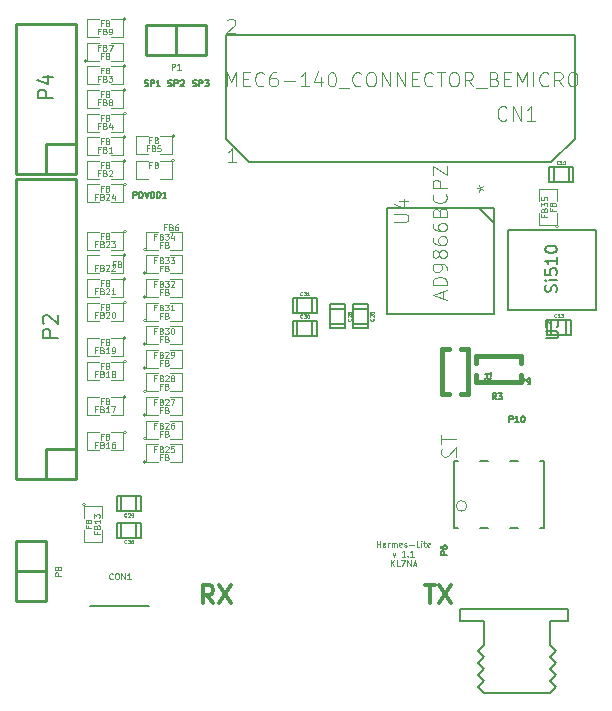
<source format=gto>
%FSLAX34Y34*%
G04 Gerber Fmt 3.4, Leading zero omitted, Abs format*
G04 (created by PCBNEW (2014-06-12 BZR 4942)-product) date Wed 18 Jun 2014 12:24:07 AM PDT*
%MOIN*%
G01*
G70*
G90*
G04 APERTURE LIST*
%ADD10C,0.003937*%
%ADD11C,0.004921*%
%ADD12C,0.011811*%
%ADD13C,0.005000*%
%ADD14C,0.002500*%
%ADD15C,0.006000*%
%ADD16C,0.015000*%
%ADD17C,0.005906*%
%ADD18C,0.003900*%
%ADD19C,0.010000*%
%ADD20C,0.003000*%
%ADD21C,0.005157*%
%ADD22C,0.002400*%
%ADD23C,0.004000*%
%ADD24C,0.004300*%
%ADD25C,0.008000*%
%ADD26C,0.002657*%
%ADD27C,0.003500*%
G04 APERTURE END LIST*
G54D10*
G54D11*
X61414Y-31464D02*
X61414Y-31267D01*
X61414Y-31361D02*
X61526Y-31361D01*
X61526Y-31464D02*
X61526Y-31267D01*
X61695Y-31454D02*
X61676Y-31464D01*
X61639Y-31464D01*
X61620Y-31454D01*
X61611Y-31436D01*
X61611Y-31361D01*
X61620Y-31342D01*
X61639Y-31333D01*
X61676Y-31333D01*
X61695Y-31342D01*
X61704Y-31361D01*
X61704Y-31379D01*
X61611Y-31398D01*
X61789Y-31464D02*
X61789Y-31333D01*
X61789Y-31370D02*
X61798Y-31351D01*
X61807Y-31342D01*
X61826Y-31333D01*
X61845Y-31333D01*
X61910Y-31464D02*
X61910Y-31333D01*
X61910Y-31351D02*
X61920Y-31342D01*
X61939Y-31333D01*
X61967Y-31333D01*
X61985Y-31342D01*
X61995Y-31361D01*
X61995Y-31464D01*
X61995Y-31361D02*
X62004Y-31342D01*
X62023Y-31333D01*
X62051Y-31333D01*
X62070Y-31342D01*
X62079Y-31361D01*
X62079Y-31464D01*
X62248Y-31454D02*
X62229Y-31464D01*
X62192Y-31464D01*
X62173Y-31454D01*
X62164Y-31436D01*
X62164Y-31361D01*
X62173Y-31342D01*
X62192Y-31333D01*
X62229Y-31333D01*
X62248Y-31342D01*
X62257Y-31361D01*
X62257Y-31379D01*
X62164Y-31398D01*
X62332Y-31454D02*
X62351Y-31464D01*
X62389Y-31464D01*
X62407Y-31454D01*
X62417Y-31436D01*
X62417Y-31426D01*
X62407Y-31408D01*
X62389Y-31398D01*
X62360Y-31398D01*
X62342Y-31389D01*
X62332Y-31370D01*
X62332Y-31361D01*
X62342Y-31342D01*
X62360Y-31333D01*
X62389Y-31333D01*
X62407Y-31342D01*
X62501Y-31389D02*
X62651Y-31389D01*
X62838Y-31464D02*
X62745Y-31464D01*
X62745Y-31267D01*
X62904Y-31464D02*
X62904Y-31333D01*
X62904Y-31267D02*
X62895Y-31276D01*
X62904Y-31286D01*
X62913Y-31276D01*
X62904Y-31267D01*
X62904Y-31286D01*
X62970Y-31333D02*
X63045Y-31333D01*
X62998Y-31267D02*
X62998Y-31436D01*
X63007Y-31454D01*
X63026Y-31464D01*
X63045Y-31464D01*
X63185Y-31454D02*
X63167Y-31464D01*
X63129Y-31464D01*
X63110Y-31454D01*
X63101Y-31436D01*
X63101Y-31361D01*
X63110Y-31342D01*
X63129Y-31333D01*
X63167Y-31333D01*
X63185Y-31342D01*
X63195Y-31361D01*
X63195Y-31379D01*
X63101Y-31398D01*
X61943Y-31657D02*
X61990Y-31789D01*
X62037Y-31657D01*
X62365Y-31789D02*
X62253Y-31789D01*
X62309Y-31789D02*
X62309Y-31592D01*
X62290Y-31620D01*
X62271Y-31639D01*
X62253Y-31648D01*
X62449Y-31770D02*
X62459Y-31779D01*
X62449Y-31789D01*
X62440Y-31779D01*
X62449Y-31770D01*
X62449Y-31789D01*
X62646Y-31789D02*
X62534Y-31789D01*
X62590Y-31789D02*
X62590Y-31592D01*
X62571Y-31620D01*
X62553Y-31639D01*
X62534Y-31648D01*
X61887Y-32113D02*
X61887Y-31917D01*
X62000Y-32113D02*
X61915Y-32001D01*
X62000Y-31917D02*
X61887Y-32029D01*
X62178Y-32113D02*
X62084Y-32113D01*
X62084Y-31917D01*
X62225Y-31917D02*
X62356Y-31917D01*
X62271Y-32113D01*
X62431Y-32113D02*
X62431Y-31917D01*
X62543Y-32113D01*
X62543Y-31917D01*
X62628Y-32057D02*
X62721Y-32057D01*
X62609Y-32113D02*
X62674Y-31917D01*
X62740Y-32113D01*
G54D12*
X63014Y-32747D02*
X63352Y-32747D01*
X63183Y-33338D02*
X63183Y-32747D01*
X63492Y-32747D02*
X63886Y-33338D01*
X63886Y-32747D02*
X63492Y-33338D01*
X55964Y-33338D02*
X55767Y-33056D01*
X55627Y-33338D02*
X55627Y-32747D01*
X55852Y-32747D01*
X55908Y-32775D01*
X55936Y-32803D01*
X55964Y-32859D01*
X55964Y-32944D01*
X55936Y-33000D01*
X55908Y-33028D01*
X55852Y-33056D01*
X55627Y-33056D01*
X56161Y-32747D02*
X56555Y-33338D01*
X56555Y-32747D02*
X56161Y-33338D01*
G54D13*
X63988Y-30852D02*
X63988Y-28602D01*
X66988Y-28602D02*
X66988Y-30852D01*
X63988Y-28602D02*
X64113Y-28602D01*
X64863Y-28602D02*
X65113Y-28602D01*
X65863Y-28602D02*
X66113Y-28602D01*
X66863Y-28602D02*
X66988Y-28602D01*
X63988Y-30852D02*
X64113Y-30852D01*
X64863Y-30852D02*
X65113Y-30852D01*
X65863Y-30852D02*
X66113Y-30852D01*
X66863Y-30852D02*
X66988Y-30852D01*
G54D14*
X64414Y-30102D02*
G75*
G03X64414Y-30102I-176J0D01*
G74*
G01*
G54D15*
X64813Y-20159D02*
X65313Y-20659D01*
X65313Y-23469D02*
X65313Y-23349D01*
X65313Y-23269D02*
X65313Y-23149D01*
X65313Y-23069D02*
X65313Y-22949D01*
X65313Y-22879D02*
X65313Y-22759D01*
X65313Y-22679D02*
X65313Y-22559D01*
X65313Y-22479D02*
X65313Y-22359D01*
X65313Y-22289D02*
X65313Y-22169D01*
X65313Y-22089D02*
X65313Y-21969D01*
X65313Y-21889D02*
X65313Y-21769D01*
X65313Y-21689D02*
X65313Y-21569D01*
X65313Y-21499D02*
X65313Y-21379D01*
X65313Y-21299D02*
X65313Y-21179D01*
X65313Y-21099D02*
X65313Y-20979D01*
X65313Y-20909D02*
X65313Y-20789D01*
X65313Y-20709D02*
X65313Y-20589D01*
X65313Y-20509D02*
X65313Y-20389D01*
X65083Y-20159D02*
X64963Y-20159D01*
X64883Y-20159D02*
X64763Y-20159D01*
X64683Y-20159D02*
X64563Y-20159D01*
X64493Y-20159D02*
X64373Y-20159D01*
X64293Y-20159D02*
X64173Y-20159D01*
X64093Y-20159D02*
X63973Y-20159D01*
X63903Y-20159D02*
X63783Y-20159D01*
X63703Y-20159D02*
X63583Y-20159D01*
X63503Y-20159D02*
X63383Y-20159D01*
X63303Y-20159D02*
X63183Y-20159D01*
X63113Y-20159D02*
X62993Y-20159D01*
X62913Y-20159D02*
X62793Y-20159D01*
X62713Y-20159D02*
X62593Y-20159D01*
X62523Y-20159D02*
X62403Y-20159D01*
X62323Y-20159D02*
X62203Y-20159D01*
X62123Y-20159D02*
X62003Y-20159D01*
X61773Y-20389D02*
X61773Y-20509D01*
X61773Y-20589D02*
X61773Y-20709D01*
X61773Y-20789D02*
X61773Y-20909D01*
X61773Y-20979D02*
X61773Y-21099D01*
X61773Y-21179D02*
X61773Y-21299D01*
X61773Y-21379D02*
X61773Y-21499D01*
X61773Y-21569D02*
X61773Y-21689D01*
X61773Y-21769D02*
X61773Y-21889D01*
X61773Y-21969D02*
X61773Y-22089D01*
X61773Y-22169D02*
X61773Y-22289D01*
X61773Y-22359D02*
X61773Y-22479D01*
X61773Y-22559D02*
X61773Y-22679D01*
X61773Y-22759D02*
X61773Y-22879D01*
X61773Y-22949D02*
X61773Y-23069D01*
X61773Y-23149D02*
X61773Y-23269D01*
X61773Y-23349D02*
X61773Y-23469D01*
X62003Y-23699D02*
X62123Y-23699D01*
X62203Y-23699D02*
X62323Y-23699D01*
X62403Y-23699D02*
X62523Y-23699D01*
X62593Y-23699D02*
X62713Y-23699D01*
X62793Y-23699D02*
X62913Y-23699D01*
X62993Y-23699D02*
X63113Y-23699D01*
X63183Y-23699D02*
X63303Y-23699D01*
X63383Y-23699D02*
X63503Y-23699D01*
X63583Y-23699D02*
X63703Y-23699D01*
X63783Y-23699D02*
X63903Y-23699D01*
X63973Y-23699D02*
X64093Y-23699D01*
X64173Y-23699D02*
X64293Y-23699D01*
X64373Y-23699D02*
X64493Y-23699D01*
X64563Y-23699D02*
X64683Y-23699D01*
X64763Y-23699D02*
X64883Y-23699D01*
X64963Y-23699D02*
X65083Y-23699D01*
X61773Y-20159D02*
X61773Y-23699D01*
X61773Y-23699D02*
X65313Y-23699D01*
X65313Y-23699D02*
X65313Y-20159D01*
X65313Y-20159D02*
X61773Y-20159D01*
G54D16*
X64232Y-26358D02*
X64468Y-26358D01*
X64468Y-26358D02*
X64468Y-24862D01*
X64468Y-24862D02*
X64232Y-24862D01*
X63838Y-24862D02*
X63602Y-24862D01*
X63602Y-24862D02*
X63602Y-26358D01*
X63602Y-26358D02*
X63838Y-26358D01*
G54D13*
X61116Y-24029D02*
X60616Y-24029D01*
X61116Y-23529D02*
X60626Y-23529D01*
X61116Y-23379D02*
X61116Y-24179D01*
X61116Y-24179D02*
X60616Y-24179D01*
X60616Y-24179D02*
X60616Y-23379D01*
X60616Y-23379D02*
X61116Y-23379D01*
X60368Y-24029D02*
X59868Y-24029D01*
X60368Y-23529D02*
X59878Y-23529D01*
X60368Y-23379D02*
X60368Y-24179D01*
X60368Y-24179D02*
X59868Y-24179D01*
X59868Y-24179D02*
X59868Y-23379D01*
X59868Y-23379D02*
X60368Y-23379D01*
X52899Y-30269D02*
X52899Y-29769D01*
X53399Y-30269D02*
X53399Y-29779D01*
X53549Y-30269D02*
X52749Y-30269D01*
X52749Y-30269D02*
X52749Y-29769D01*
X52749Y-29769D02*
X53549Y-29769D01*
X53549Y-29769D02*
X53549Y-30269D01*
X59265Y-23923D02*
X59265Y-24423D01*
X58765Y-23923D02*
X58765Y-24413D01*
X58615Y-23923D02*
X59415Y-23923D01*
X59415Y-23923D02*
X59415Y-24423D01*
X59415Y-24423D02*
X58615Y-24423D01*
X58615Y-24423D02*
X58615Y-23923D01*
X59265Y-23175D02*
X59265Y-23675D01*
X58765Y-23175D02*
X58765Y-23665D01*
X58615Y-23175D02*
X59415Y-23175D01*
X59415Y-23175D02*
X59415Y-23675D01*
X59415Y-23675D02*
X58615Y-23675D01*
X58615Y-23675D02*
X58615Y-23175D01*
X52899Y-31155D02*
X52899Y-30655D01*
X53399Y-31155D02*
X53399Y-30665D01*
X53549Y-31155D02*
X52749Y-31155D01*
X52749Y-31155D02*
X52749Y-30655D01*
X52749Y-30655D02*
X53549Y-30655D01*
X53549Y-30655D02*
X53549Y-31155D01*
X56383Y-14417D02*
X68025Y-14417D01*
X68025Y-14417D02*
X68025Y-17866D01*
X68025Y-17866D02*
X67238Y-18653D01*
X67238Y-18653D02*
X57171Y-18653D01*
X57171Y-18653D02*
X56383Y-17866D01*
X56383Y-17866D02*
X56383Y-14417D01*
G54D17*
X51850Y-33425D02*
X53838Y-33425D01*
G54D18*
X53062Y-17810D02*
G75*
G03X53062Y-17810I-50J0D01*
G74*
G01*
X52562Y-17810D02*
X52962Y-17810D01*
X52962Y-17810D02*
X52962Y-18410D01*
X52962Y-18410D02*
X52562Y-18410D01*
X52162Y-18410D02*
X51762Y-18410D01*
X51762Y-18410D02*
X51762Y-17810D01*
X51762Y-17810D02*
X52162Y-17810D01*
X53062Y-18597D02*
G75*
G03X53062Y-18597I-50J0D01*
G74*
G01*
X52562Y-18597D02*
X52962Y-18597D01*
X52962Y-18597D02*
X52962Y-19197D01*
X52962Y-19197D02*
X52562Y-19197D01*
X52162Y-19197D02*
X51762Y-19197D01*
X51762Y-19197D02*
X51762Y-18597D01*
X51762Y-18597D02*
X52162Y-18597D01*
X53062Y-15448D02*
G75*
G03X53062Y-15448I-50J0D01*
G74*
G01*
X52562Y-15448D02*
X52962Y-15448D01*
X52962Y-15448D02*
X52962Y-16048D01*
X52962Y-16048D02*
X52562Y-16048D01*
X52162Y-16048D02*
X51762Y-16048D01*
X51762Y-16048D02*
X51762Y-15448D01*
X51762Y-15448D02*
X52162Y-15448D01*
X53062Y-17022D02*
G75*
G03X53062Y-17022I-50J0D01*
G74*
G01*
X52562Y-17022D02*
X52962Y-17022D01*
X52962Y-17022D02*
X52962Y-17622D01*
X52962Y-17622D02*
X52562Y-17622D01*
X52162Y-17622D02*
X51762Y-17622D01*
X51762Y-17622D02*
X51762Y-17022D01*
X51762Y-17022D02*
X52162Y-17022D01*
X54676Y-17770D02*
G75*
G03X54676Y-17770I-50J0D01*
G74*
G01*
X54176Y-17770D02*
X54576Y-17770D01*
X54576Y-17770D02*
X54576Y-18370D01*
X54576Y-18370D02*
X54176Y-18370D01*
X53776Y-18370D02*
X53376Y-18370D01*
X53376Y-18370D02*
X53376Y-17770D01*
X53376Y-17770D02*
X53776Y-17770D01*
X54676Y-18597D02*
G75*
G03X54676Y-18597I-50J0D01*
G74*
G01*
X54176Y-18597D02*
X54576Y-18597D01*
X54576Y-18597D02*
X54576Y-19197D01*
X54576Y-19197D02*
X54176Y-19197D01*
X53776Y-19197D02*
X53376Y-19197D01*
X53376Y-19197D02*
X53376Y-18597D01*
X53376Y-18597D02*
X53776Y-18597D01*
X51762Y-15260D02*
G75*
G03X51762Y-15260I-50J0D01*
G74*
G01*
X52162Y-15260D02*
X51762Y-15260D01*
X51762Y-15260D02*
X51762Y-14660D01*
X51762Y-14660D02*
X52162Y-14660D01*
X52562Y-14660D02*
X52962Y-14660D01*
X52962Y-14660D02*
X52962Y-15260D01*
X52962Y-15260D02*
X52562Y-15260D01*
X53062Y-16235D02*
G75*
G03X53062Y-16235I-50J0D01*
G74*
G01*
X52562Y-16235D02*
X52962Y-16235D01*
X52962Y-16235D02*
X52962Y-16835D01*
X52962Y-16835D02*
X52562Y-16835D01*
X52162Y-16835D02*
X51762Y-16835D01*
X51762Y-16835D02*
X51762Y-16235D01*
X51762Y-16235D02*
X52162Y-16235D01*
X53062Y-13873D02*
G75*
G03X53062Y-13873I-50J0D01*
G74*
G01*
X52562Y-13873D02*
X52962Y-13873D01*
X52962Y-13873D02*
X52962Y-14473D01*
X52962Y-14473D02*
X52562Y-14473D01*
X52162Y-14473D02*
X51762Y-14473D01*
X51762Y-14473D02*
X51762Y-13873D01*
X51762Y-13873D02*
X52162Y-13873D01*
X51718Y-30058D02*
G75*
G03X51718Y-30058I-50J0D01*
G74*
G01*
X51668Y-30508D02*
X51668Y-30108D01*
X51668Y-30108D02*
X52268Y-30108D01*
X52268Y-30108D02*
X52268Y-30508D01*
X52268Y-30908D02*
X52268Y-31308D01*
X52268Y-31308D02*
X51668Y-31308D01*
X51668Y-31308D02*
X51668Y-30908D01*
G54D19*
X49393Y-19035D02*
X49393Y-14035D01*
X49393Y-14035D02*
X51393Y-14035D01*
X51393Y-14035D02*
X51393Y-18035D01*
X49393Y-19035D02*
X50393Y-19035D01*
X51393Y-19035D02*
X51393Y-18035D01*
X50393Y-19035D02*
X50393Y-18035D01*
X50393Y-18035D02*
X51393Y-18035D01*
X51393Y-19035D02*
X50393Y-19035D01*
G54D17*
X67184Y-36344D02*
X64984Y-36344D01*
X64984Y-36344D02*
X64784Y-36144D01*
X64784Y-36144D02*
X64984Y-35944D01*
X64984Y-35944D02*
X64784Y-35744D01*
X64784Y-35744D02*
X64984Y-35544D01*
X64984Y-35544D02*
X64784Y-35344D01*
X64784Y-35344D02*
X64984Y-35144D01*
X64984Y-35144D02*
X64784Y-34944D01*
X67384Y-34944D02*
X67184Y-35144D01*
X67184Y-35144D02*
X67384Y-35344D01*
X67384Y-35344D02*
X67184Y-35544D01*
X67184Y-35544D02*
X67384Y-35744D01*
X67384Y-35744D02*
X67184Y-35944D01*
X67184Y-35944D02*
X67384Y-36144D01*
X67384Y-36144D02*
X67184Y-36344D01*
X64784Y-34944D02*
X64984Y-34744D01*
X64984Y-34744D02*
X64984Y-33944D01*
X64984Y-33944D02*
X64184Y-33944D01*
X64184Y-33944D02*
X64184Y-33544D01*
X64184Y-33544D02*
X67784Y-33544D01*
X67784Y-33544D02*
X67784Y-33944D01*
X67784Y-33944D02*
X67184Y-33944D01*
X67184Y-33944D02*
X67184Y-34744D01*
X67184Y-34744D02*
X67384Y-34944D01*
G54D19*
X50401Y-32283D02*
X49401Y-32283D01*
X50401Y-31283D02*
X49401Y-31283D01*
X49401Y-31283D02*
X49401Y-32283D01*
X49401Y-32283D02*
X49401Y-33283D01*
X49401Y-33283D02*
X50401Y-33283D01*
X50401Y-33283D02*
X50401Y-31283D01*
G54D16*
X66220Y-25354D02*
X66220Y-25118D01*
X66220Y-25118D02*
X64724Y-25118D01*
X64724Y-25118D02*
X64724Y-25354D01*
X64724Y-25748D02*
X64724Y-25984D01*
X64724Y-25984D02*
X66220Y-25984D01*
X66220Y-25984D02*
X66220Y-25748D01*
G54D17*
X65787Y-20905D02*
X65787Y-23582D01*
X65787Y-23582D02*
X68740Y-23582D01*
X68740Y-23582D02*
X68740Y-20905D01*
X68740Y-20905D02*
X65787Y-20905D01*
X65787Y-20905D02*
X65787Y-20944D01*
X65787Y-20944D02*
X65787Y-20905D01*
G54D19*
X54724Y-15066D02*
X54724Y-14066D01*
X55724Y-15066D02*
X55724Y-14066D01*
X55724Y-14066D02*
X54724Y-14066D01*
X54724Y-14066D02*
X53724Y-14066D01*
X53724Y-14066D02*
X53724Y-15066D01*
X53724Y-15066D02*
X55724Y-15066D01*
G54D18*
X53062Y-27652D02*
G75*
G03X53062Y-27652I-50J0D01*
G74*
G01*
X52562Y-27652D02*
X52962Y-27652D01*
X52962Y-27652D02*
X52962Y-28252D01*
X52962Y-28252D02*
X52562Y-28252D01*
X52162Y-28252D02*
X51762Y-28252D01*
X51762Y-28252D02*
X51762Y-27652D01*
X51762Y-27652D02*
X52162Y-27652D01*
X53062Y-26471D02*
G75*
G03X53062Y-26471I-50J0D01*
G74*
G01*
X52562Y-26471D02*
X52962Y-26471D01*
X52962Y-26471D02*
X52962Y-27071D01*
X52962Y-27071D02*
X52562Y-27071D01*
X52162Y-27071D02*
X51762Y-27071D01*
X51762Y-27071D02*
X51762Y-26471D01*
X51762Y-26471D02*
X52162Y-26471D01*
X53062Y-25290D02*
G75*
G03X53062Y-25290I-50J0D01*
G74*
G01*
X52562Y-25290D02*
X52962Y-25290D01*
X52962Y-25290D02*
X52962Y-25890D01*
X52962Y-25890D02*
X52562Y-25890D01*
X52162Y-25890D02*
X51762Y-25890D01*
X51762Y-25890D02*
X51762Y-25290D01*
X51762Y-25290D02*
X52162Y-25290D01*
X53062Y-24503D02*
G75*
G03X53062Y-24503I-50J0D01*
G74*
G01*
X52562Y-24503D02*
X52962Y-24503D01*
X52962Y-24503D02*
X52962Y-25103D01*
X52962Y-25103D02*
X52562Y-25103D01*
X52162Y-25103D02*
X51762Y-25103D01*
X51762Y-25103D02*
X51762Y-24503D01*
X51762Y-24503D02*
X52162Y-24503D01*
X53062Y-23322D02*
G75*
G03X53062Y-23322I-50J0D01*
G74*
G01*
X52562Y-23322D02*
X52962Y-23322D01*
X52962Y-23322D02*
X52962Y-23922D01*
X52962Y-23922D02*
X52562Y-23922D01*
X52162Y-23922D02*
X51762Y-23922D01*
X51762Y-23922D02*
X51762Y-23322D01*
X51762Y-23322D02*
X52162Y-23322D01*
X53062Y-22534D02*
G75*
G03X53062Y-22534I-50J0D01*
G74*
G01*
X52562Y-22534D02*
X52962Y-22534D01*
X52962Y-22534D02*
X52962Y-23134D01*
X52962Y-23134D02*
X52562Y-23134D01*
X52162Y-23134D02*
X51762Y-23134D01*
X51762Y-23134D02*
X51762Y-22534D01*
X51762Y-22534D02*
X52162Y-22534D01*
X53062Y-21747D02*
G75*
G03X53062Y-21747I-50J0D01*
G74*
G01*
X52562Y-21747D02*
X52962Y-21747D01*
X52962Y-21747D02*
X52962Y-22347D01*
X52962Y-22347D02*
X52562Y-22347D01*
X52162Y-22347D02*
X51762Y-22347D01*
X51762Y-22347D02*
X51762Y-21747D01*
X51762Y-21747D02*
X52162Y-21747D01*
X53062Y-20959D02*
G75*
G03X53062Y-20959I-50J0D01*
G74*
G01*
X52562Y-20959D02*
X52962Y-20959D01*
X52962Y-20959D02*
X52962Y-21559D01*
X52962Y-21559D02*
X52562Y-21559D01*
X52162Y-21559D02*
X51762Y-21559D01*
X51762Y-21559D02*
X51762Y-20959D01*
X51762Y-20959D02*
X52162Y-20959D01*
X53062Y-19385D02*
G75*
G03X53062Y-19385I-50J0D01*
G74*
G01*
X52562Y-19385D02*
X52962Y-19385D01*
X52962Y-19385D02*
X52962Y-19985D01*
X52962Y-19985D02*
X52562Y-19985D01*
X52162Y-19985D02*
X51762Y-19985D01*
X51762Y-19985D02*
X51762Y-19385D01*
X51762Y-19385D02*
X52162Y-19385D01*
X53730Y-28646D02*
G75*
G03X53730Y-28646I-50J0D01*
G74*
G01*
X54130Y-28646D02*
X53730Y-28646D01*
X53730Y-28646D02*
X53730Y-28046D01*
X53730Y-28046D02*
X54130Y-28046D01*
X54530Y-28046D02*
X54930Y-28046D01*
X54930Y-28046D02*
X54930Y-28646D01*
X54930Y-28646D02*
X54530Y-28646D01*
X53730Y-27859D02*
G75*
G03X53730Y-27859I-50J0D01*
G74*
G01*
X54130Y-27859D02*
X53730Y-27859D01*
X53730Y-27859D02*
X53730Y-27259D01*
X53730Y-27259D02*
X54130Y-27259D01*
X54530Y-27259D02*
X54930Y-27259D01*
X54930Y-27259D02*
X54930Y-27859D01*
X54930Y-27859D02*
X54530Y-27859D01*
X53730Y-27071D02*
G75*
G03X53730Y-27071I-50J0D01*
G74*
G01*
X54130Y-27071D02*
X53730Y-27071D01*
X53730Y-27071D02*
X53730Y-26471D01*
X53730Y-26471D02*
X54130Y-26471D01*
X54530Y-26471D02*
X54930Y-26471D01*
X54930Y-26471D02*
X54930Y-27071D01*
X54930Y-27071D02*
X54530Y-27071D01*
X53730Y-26284D02*
G75*
G03X53730Y-26284I-50J0D01*
G74*
G01*
X54130Y-26284D02*
X53730Y-26284D01*
X53730Y-26284D02*
X53730Y-25684D01*
X53730Y-25684D02*
X54130Y-25684D01*
X54530Y-25684D02*
X54930Y-25684D01*
X54930Y-25684D02*
X54930Y-26284D01*
X54930Y-26284D02*
X54530Y-26284D01*
X53730Y-25496D02*
G75*
G03X53730Y-25496I-50J0D01*
G74*
G01*
X54130Y-25496D02*
X53730Y-25496D01*
X53730Y-25496D02*
X53730Y-24896D01*
X53730Y-24896D02*
X54130Y-24896D01*
X54530Y-24896D02*
X54930Y-24896D01*
X54930Y-24896D02*
X54930Y-25496D01*
X54930Y-25496D02*
X54530Y-25496D01*
X53730Y-24709D02*
G75*
G03X53730Y-24709I-50J0D01*
G74*
G01*
X54130Y-24709D02*
X53730Y-24709D01*
X53730Y-24709D02*
X53730Y-24109D01*
X53730Y-24109D02*
X54130Y-24109D01*
X54530Y-24109D02*
X54930Y-24109D01*
X54930Y-24109D02*
X54930Y-24709D01*
X54930Y-24709D02*
X54530Y-24709D01*
X53730Y-23922D02*
G75*
G03X53730Y-23922I-50J0D01*
G74*
G01*
X54130Y-23922D02*
X53730Y-23922D01*
X53730Y-23922D02*
X53730Y-23322D01*
X53730Y-23322D02*
X54130Y-23322D01*
X54530Y-23322D02*
X54930Y-23322D01*
X54930Y-23322D02*
X54930Y-23922D01*
X54930Y-23922D02*
X54530Y-23922D01*
X53730Y-23134D02*
G75*
G03X53730Y-23134I-50J0D01*
G74*
G01*
X54130Y-23134D02*
X53730Y-23134D01*
X53730Y-23134D02*
X53730Y-22534D01*
X53730Y-22534D02*
X54130Y-22534D01*
X54530Y-22534D02*
X54930Y-22534D01*
X54930Y-22534D02*
X54930Y-23134D01*
X54930Y-23134D02*
X54530Y-23134D01*
X53730Y-22347D02*
G75*
G03X53730Y-22347I-50J0D01*
G74*
G01*
X54130Y-22347D02*
X53730Y-22347D01*
X53730Y-22347D02*
X53730Y-21747D01*
X53730Y-21747D02*
X54130Y-21747D01*
X54530Y-21747D02*
X54930Y-21747D01*
X54930Y-21747D02*
X54930Y-22347D01*
X54930Y-22347D02*
X54530Y-22347D01*
X53730Y-21559D02*
G75*
G03X53730Y-21559I-50J0D01*
G74*
G01*
X54130Y-21559D02*
X53730Y-21559D01*
X53730Y-21559D02*
X53730Y-20959D01*
X53730Y-20959D02*
X54130Y-20959D01*
X54530Y-20959D02*
X54930Y-20959D01*
X54930Y-20959D02*
X54930Y-21559D01*
X54930Y-21559D02*
X54530Y-21559D01*
G54D19*
X49393Y-19212D02*
X49393Y-29212D01*
X51393Y-28212D02*
X51393Y-19212D01*
X49393Y-19212D02*
X51393Y-19212D01*
X49393Y-29212D02*
X50393Y-29212D01*
X51393Y-29212D02*
X51393Y-28212D01*
X50393Y-29212D02*
X50393Y-28212D01*
X50393Y-28212D02*
X51393Y-28212D01*
X51393Y-29212D02*
X50393Y-29212D01*
G54D13*
X67809Y-18795D02*
X67809Y-19295D01*
X67309Y-18795D02*
X67309Y-19285D01*
X67159Y-18795D02*
X67959Y-18795D01*
X67959Y-18795D02*
X67959Y-19295D01*
X67959Y-19295D02*
X67159Y-19295D01*
X67159Y-19295D02*
X67159Y-18795D01*
X67730Y-23903D02*
X67730Y-24403D01*
X67230Y-23903D02*
X67230Y-24393D01*
X67080Y-23903D02*
X67880Y-23903D01*
X67880Y-23903D02*
X67880Y-24403D01*
X67880Y-24403D02*
X67080Y-24403D01*
X67080Y-24403D02*
X67080Y-23903D01*
G54D18*
X67485Y-20787D02*
G75*
G03X67485Y-20787I-50J0D01*
G74*
G01*
X67435Y-20337D02*
X67435Y-20737D01*
X67435Y-20737D02*
X66835Y-20737D01*
X66835Y-20737D02*
X66835Y-20337D01*
X66835Y-19937D02*
X66835Y-19537D01*
X66835Y-19537D02*
X67435Y-19537D01*
X67435Y-19537D02*
X67435Y-19937D01*
G54D20*
X61998Y-20642D02*
X62382Y-20642D01*
X62428Y-20620D01*
X62450Y-20597D01*
X62473Y-20552D01*
X62473Y-20461D01*
X62450Y-20416D01*
X62428Y-20394D01*
X62382Y-20371D01*
X61998Y-20371D01*
X62156Y-19941D02*
X62473Y-19941D01*
X61975Y-20054D02*
X62315Y-20167D01*
X62315Y-19873D01*
X63621Y-23177D02*
X63621Y-22951D01*
X63756Y-23222D02*
X63281Y-23064D01*
X63756Y-22905D01*
X63756Y-22747D02*
X63281Y-22747D01*
X63281Y-22634D01*
X63304Y-22566D01*
X63349Y-22521D01*
X63395Y-22498D01*
X63485Y-22476D01*
X63553Y-22476D01*
X63643Y-22498D01*
X63689Y-22521D01*
X63734Y-22566D01*
X63756Y-22634D01*
X63756Y-22747D01*
X63756Y-22249D02*
X63756Y-22159D01*
X63734Y-22114D01*
X63711Y-22091D01*
X63643Y-22046D01*
X63553Y-22023D01*
X63372Y-22023D01*
X63327Y-22046D01*
X63304Y-22068D01*
X63281Y-22114D01*
X63281Y-22204D01*
X63304Y-22249D01*
X63327Y-22272D01*
X63372Y-22295D01*
X63485Y-22295D01*
X63530Y-22272D01*
X63553Y-22249D01*
X63575Y-22204D01*
X63575Y-22114D01*
X63553Y-22068D01*
X63530Y-22046D01*
X63485Y-22023D01*
X63485Y-21752D02*
X63462Y-21797D01*
X63440Y-21820D01*
X63395Y-21842D01*
X63372Y-21842D01*
X63327Y-21820D01*
X63304Y-21797D01*
X63281Y-21752D01*
X63281Y-21661D01*
X63304Y-21616D01*
X63327Y-21593D01*
X63372Y-21571D01*
X63395Y-21571D01*
X63440Y-21593D01*
X63462Y-21616D01*
X63485Y-21661D01*
X63485Y-21752D01*
X63508Y-21797D01*
X63530Y-21820D01*
X63575Y-21842D01*
X63666Y-21842D01*
X63711Y-21820D01*
X63734Y-21797D01*
X63756Y-21752D01*
X63756Y-21661D01*
X63734Y-21616D01*
X63711Y-21593D01*
X63666Y-21571D01*
X63575Y-21571D01*
X63530Y-21593D01*
X63508Y-21616D01*
X63485Y-21661D01*
X63281Y-21164D02*
X63281Y-21254D01*
X63304Y-21299D01*
X63327Y-21322D01*
X63395Y-21367D01*
X63485Y-21390D01*
X63666Y-21390D01*
X63711Y-21367D01*
X63734Y-21345D01*
X63756Y-21299D01*
X63756Y-21209D01*
X63734Y-21164D01*
X63711Y-21141D01*
X63666Y-21118D01*
X63553Y-21118D01*
X63508Y-21141D01*
X63485Y-21164D01*
X63462Y-21209D01*
X63462Y-21299D01*
X63485Y-21345D01*
X63508Y-21367D01*
X63553Y-21390D01*
X63281Y-20711D02*
X63281Y-20802D01*
X63304Y-20847D01*
X63327Y-20870D01*
X63395Y-20915D01*
X63485Y-20937D01*
X63666Y-20937D01*
X63711Y-20915D01*
X63734Y-20892D01*
X63756Y-20847D01*
X63756Y-20757D01*
X63734Y-20711D01*
X63711Y-20689D01*
X63666Y-20666D01*
X63553Y-20666D01*
X63508Y-20689D01*
X63485Y-20711D01*
X63462Y-20757D01*
X63462Y-20847D01*
X63485Y-20892D01*
X63508Y-20915D01*
X63553Y-20937D01*
X63508Y-20304D02*
X63530Y-20236D01*
X63553Y-20214D01*
X63598Y-20191D01*
X63666Y-20191D01*
X63711Y-20214D01*
X63734Y-20236D01*
X63756Y-20282D01*
X63756Y-20462D01*
X63281Y-20462D01*
X63281Y-20304D01*
X63304Y-20259D01*
X63327Y-20236D01*
X63372Y-20214D01*
X63417Y-20214D01*
X63462Y-20236D01*
X63485Y-20259D01*
X63508Y-20304D01*
X63508Y-20462D01*
X63711Y-19716D02*
X63734Y-19739D01*
X63756Y-19807D01*
X63756Y-19852D01*
X63734Y-19920D01*
X63689Y-19965D01*
X63643Y-19987D01*
X63553Y-20010D01*
X63485Y-20010D01*
X63395Y-19987D01*
X63349Y-19965D01*
X63304Y-19920D01*
X63281Y-19852D01*
X63281Y-19807D01*
X63304Y-19739D01*
X63327Y-19716D01*
X63756Y-19512D02*
X63281Y-19512D01*
X63281Y-19332D01*
X63304Y-19286D01*
X63327Y-19264D01*
X63372Y-19241D01*
X63440Y-19241D01*
X63485Y-19264D01*
X63508Y-19286D01*
X63530Y-19332D01*
X63530Y-19512D01*
X63281Y-19083D02*
X63281Y-18766D01*
X63756Y-19083D01*
X63756Y-18766D01*
X64753Y-19519D02*
X64866Y-19519D01*
X64821Y-19632D02*
X64866Y-19519D01*
X64821Y-19406D01*
X64956Y-19586D02*
X64866Y-19519D01*
X64956Y-19451D01*
G54D21*
X65238Y-25833D02*
X65140Y-25902D01*
X65238Y-25951D02*
X65032Y-25951D01*
X65032Y-25872D01*
X65042Y-25853D01*
X65052Y-25843D01*
X65071Y-25833D01*
X65101Y-25833D01*
X65121Y-25843D01*
X65130Y-25853D01*
X65140Y-25872D01*
X65140Y-25951D01*
X65238Y-25637D02*
X65238Y-25755D01*
X65238Y-25696D02*
X65032Y-25696D01*
X65062Y-25715D01*
X65081Y-25735D01*
X65091Y-25755D01*
G54D22*
X61298Y-23855D02*
X61303Y-23861D01*
X61309Y-23877D01*
X61309Y-23889D01*
X61303Y-23905D01*
X61292Y-23917D01*
X61281Y-23922D01*
X61258Y-23928D01*
X61242Y-23928D01*
X61219Y-23922D01*
X61208Y-23917D01*
X61197Y-23905D01*
X61191Y-23889D01*
X61191Y-23877D01*
X61197Y-23861D01*
X61202Y-23855D01*
X61202Y-23810D02*
X61197Y-23804D01*
X61191Y-23793D01*
X61191Y-23765D01*
X61197Y-23754D01*
X61202Y-23748D01*
X61213Y-23743D01*
X61225Y-23743D01*
X61242Y-23748D01*
X61309Y-23816D01*
X61309Y-23743D01*
X61191Y-23636D02*
X61191Y-23692D01*
X61247Y-23698D01*
X61242Y-23692D01*
X61236Y-23681D01*
X61236Y-23653D01*
X61242Y-23641D01*
X61247Y-23636D01*
X61258Y-23630D01*
X61287Y-23630D01*
X61298Y-23636D01*
X61303Y-23641D01*
X61309Y-23653D01*
X61309Y-23681D01*
X61303Y-23692D01*
X61298Y-23698D01*
X60550Y-23855D02*
X60555Y-23861D01*
X60561Y-23877D01*
X60561Y-23889D01*
X60555Y-23905D01*
X60544Y-23917D01*
X60533Y-23922D01*
X60510Y-23928D01*
X60494Y-23928D01*
X60471Y-23922D01*
X60460Y-23917D01*
X60449Y-23905D01*
X60443Y-23889D01*
X60443Y-23877D01*
X60449Y-23861D01*
X60454Y-23855D01*
X60454Y-23810D02*
X60449Y-23804D01*
X60443Y-23793D01*
X60443Y-23765D01*
X60449Y-23754D01*
X60454Y-23748D01*
X60465Y-23743D01*
X60477Y-23743D01*
X60494Y-23748D01*
X60561Y-23816D01*
X60561Y-23743D01*
X60494Y-23675D02*
X60488Y-23686D01*
X60482Y-23692D01*
X60471Y-23698D01*
X60465Y-23698D01*
X60454Y-23692D01*
X60449Y-23686D01*
X60443Y-23675D01*
X60443Y-23653D01*
X60449Y-23641D01*
X60454Y-23636D01*
X60465Y-23630D01*
X60471Y-23630D01*
X60482Y-23636D01*
X60488Y-23641D01*
X60494Y-23653D01*
X60494Y-23675D01*
X60499Y-23686D01*
X60505Y-23692D01*
X60516Y-23698D01*
X60539Y-23698D01*
X60550Y-23692D01*
X60555Y-23686D01*
X60561Y-23675D01*
X60561Y-23653D01*
X60555Y-23641D01*
X60550Y-23636D01*
X60539Y-23630D01*
X60516Y-23630D01*
X60505Y-23636D01*
X60499Y-23641D01*
X60494Y-23653D01*
X53073Y-30451D02*
X53068Y-30457D01*
X53051Y-30463D01*
X53040Y-30463D01*
X53023Y-30457D01*
X53011Y-30446D01*
X53006Y-30434D01*
X53000Y-30412D01*
X53000Y-30395D01*
X53006Y-30373D01*
X53011Y-30361D01*
X53023Y-30350D01*
X53040Y-30345D01*
X53051Y-30345D01*
X53068Y-30350D01*
X53073Y-30356D01*
X53118Y-30356D02*
X53124Y-30350D01*
X53135Y-30345D01*
X53163Y-30345D01*
X53174Y-30350D01*
X53180Y-30356D01*
X53186Y-30367D01*
X53186Y-30378D01*
X53180Y-30395D01*
X53113Y-30463D01*
X53186Y-30463D01*
X53242Y-30463D02*
X53264Y-30463D01*
X53276Y-30457D01*
X53281Y-30451D01*
X53292Y-30434D01*
X53298Y-30412D01*
X53298Y-30367D01*
X53292Y-30356D01*
X53287Y-30350D01*
X53276Y-30345D01*
X53253Y-30345D01*
X53242Y-30350D01*
X53236Y-30356D01*
X53231Y-30367D01*
X53231Y-30395D01*
X53236Y-30406D01*
X53242Y-30412D01*
X53253Y-30418D01*
X53276Y-30418D01*
X53287Y-30412D01*
X53292Y-30406D01*
X53298Y-30395D01*
X58939Y-23825D02*
X58934Y-23830D01*
X58917Y-23836D01*
X58906Y-23836D01*
X58889Y-23830D01*
X58878Y-23819D01*
X58872Y-23808D01*
X58866Y-23786D01*
X58866Y-23769D01*
X58872Y-23746D01*
X58878Y-23735D01*
X58889Y-23724D01*
X58906Y-23718D01*
X58917Y-23718D01*
X58934Y-23724D01*
X58939Y-23729D01*
X58979Y-23718D02*
X59052Y-23718D01*
X59012Y-23763D01*
X59029Y-23763D01*
X59041Y-23769D01*
X59046Y-23774D01*
X59052Y-23786D01*
X59052Y-23814D01*
X59046Y-23825D01*
X59041Y-23830D01*
X59029Y-23836D01*
X58996Y-23836D01*
X58984Y-23830D01*
X58979Y-23825D01*
X59125Y-23718D02*
X59136Y-23718D01*
X59147Y-23724D01*
X59153Y-23729D01*
X59159Y-23741D01*
X59164Y-23763D01*
X59164Y-23791D01*
X59159Y-23814D01*
X59153Y-23825D01*
X59147Y-23830D01*
X59136Y-23836D01*
X59125Y-23836D01*
X59114Y-23830D01*
X59108Y-23825D01*
X59102Y-23814D01*
X59097Y-23791D01*
X59097Y-23763D01*
X59102Y-23741D01*
X59108Y-23729D01*
X59114Y-23724D01*
X59125Y-23718D01*
X58939Y-23077D02*
X58934Y-23082D01*
X58917Y-23088D01*
X58906Y-23088D01*
X58889Y-23082D01*
X58878Y-23071D01*
X58872Y-23060D01*
X58866Y-23038D01*
X58866Y-23021D01*
X58872Y-22998D01*
X58878Y-22987D01*
X58889Y-22976D01*
X58906Y-22970D01*
X58917Y-22970D01*
X58934Y-22976D01*
X58939Y-22981D01*
X58979Y-22970D02*
X59052Y-22970D01*
X59012Y-23015D01*
X59029Y-23015D01*
X59041Y-23021D01*
X59046Y-23026D01*
X59052Y-23038D01*
X59052Y-23066D01*
X59046Y-23077D01*
X59041Y-23082D01*
X59029Y-23088D01*
X58996Y-23088D01*
X58984Y-23082D01*
X58979Y-23077D01*
X59164Y-23088D02*
X59097Y-23088D01*
X59130Y-23088D02*
X59130Y-22970D01*
X59119Y-22987D01*
X59108Y-22998D01*
X59097Y-23004D01*
X53073Y-31337D02*
X53068Y-31343D01*
X53051Y-31348D01*
X53040Y-31348D01*
X53023Y-31343D01*
X53011Y-31332D01*
X53006Y-31320D01*
X53000Y-31298D01*
X53000Y-31281D01*
X53006Y-31258D01*
X53011Y-31247D01*
X53023Y-31236D01*
X53040Y-31230D01*
X53051Y-31230D01*
X53068Y-31236D01*
X53073Y-31242D01*
X53113Y-31230D02*
X53186Y-31230D01*
X53146Y-31275D01*
X53163Y-31275D01*
X53174Y-31281D01*
X53180Y-31287D01*
X53186Y-31298D01*
X53186Y-31326D01*
X53180Y-31337D01*
X53174Y-31343D01*
X53163Y-31348D01*
X53129Y-31348D01*
X53118Y-31343D01*
X53113Y-31337D01*
X53287Y-31230D02*
X53264Y-31230D01*
X53253Y-31236D01*
X53247Y-31242D01*
X53236Y-31258D01*
X53231Y-31281D01*
X53231Y-31326D01*
X53236Y-31337D01*
X53242Y-31343D01*
X53253Y-31348D01*
X53276Y-31348D01*
X53287Y-31343D01*
X53292Y-31337D01*
X53298Y-31326D01*
X53298Y-31298D01*
X53292Y-31287D01*
X53287Y-31281D01*
X53276Y-31275D01*
X53253Y-31275D01*
X53242Y-31281D01*
X53236Y-31287D01*
X53231Y-31298D01*
G54D23*
X65738Y-17215D02*
X65716Y-17238D01*
X65648Y-17260D01*
X65603Y-17260D01*
X65535Y-17238D01*
X65490Y-17192D01*
X65467Y-17147D01*
X65444Y-17057D01*
X65444Y-16989D01*
X65467Y-16898D01*
X65490Y-16853D01*
X65535Y-16808D01*
X65603Y-16785D01*
X65648Y-16785D01*
X65716Y-16808D01*
X65738Y-16831D01*
X65942Y-17260D02*
X65942Y-16785D01*
X66213Y-17260D01*
X66213Y-16785D01*
X66688Y-17260D02*
X66417Y-17260D01*
X66553Y-17260D02*
X66553Y-16785D01*
X66507Y-16853D01*
X66462Y-16898D01*
X66417Y-16921D01*
X56412Y-16119D02*
X56412Y-15644D01*
X56570Y-15983D01*
X56728Y-15644D01*
X56728Y-16119D01*
X56955Y-15870D02*
X57113Y-15870D01*
X57181Y-16119D02*
X56955Y-16119D01*
X56955Y-15644D01*
X57181Y-15644D01*
X57656Y-16073D02*
X57633Y-16096D01*
X57565Y-16119D01*
X57520Y-16119D01*
X57452Y-16096D01*
X57407Y-16051D01*
X57384Y-16006D01*
X57362Y-15915D01*
X57362Y-15847D01*
X57384Y-15757D01*
X57407Y-15711D01*
X57452Y-15666D01*
X57520Y-15644D01*
X57565Y-15644D01*
X57633Y-15666D01*
X57656Y-15689D01*
X58063Y-15644D02*
X57973Y-15644D01*
X57927Y-15666D01*
X57905Y-15689D01*
X57859Y-15757D01*
X57837Y-15847D01*
X57837Y-16028D01*
X57859Y-16073D01*
X57882Y-16096D01*
X57927Y-16119D01*
X58018Y-16119D01*
X58063Y-16096D01*
X58086Y-16073D01*
X58108Y-16028D01*
X58108Y-15915D01*
X58086Y-15870D01*
X58063Y-15847D01*
X58018Y-15825D01*
X57927Y-15825D01*
X57882Y-15847D01*
X57859Y-15870D01*
X57837Y-15915D01*
X58312Y-15938D02*
X58674Y-15938D01*
X59149Y-16119D02*
X58877Y-16119D01*
X59013Y-16119D02*
X59013Y-15644D01*
X58968Y-15711D01*
X58923Y-15757D01*
X58877Y-15779D01*
X59556Y-15802D02*
X59556Y-16119D01*
X59443Y-15621D02*
X59330Y-15960D01*
X59624Y-15960D01*
X59895Y-15644D02*
X59940Y-15644D01*
X59986Y-15666D01*
X60008Y-15689D01*
X60031Y-15734D01*
X60053Y-15825D01*
X60053Y-15938D01*
X60031Y-16028D01*
X60008Y-16073D01*
X59986Y-16096D01*
X59940Y-16119D01*
X59895Y-16119D01*
X59850Y-16096D01*
X59827Y-16073D01*
X59805Y-16028D01*
X59782Y-15938D01*
X59782Y-15825D01*
X59805Y-15734D01*
X59827Y-15689D01*
X59850Y-15666D01*
X59895Y-15644D01*
X60144Y-16164D02*
X60506Y-16164D01*
X60890Y-16073D02*
X60868Y-16096D01*
X60800Y-16119D01*
X60755Y-16119D01*
X60687Y-16096D01*
X60642Y-16051D01*
X60619Y-16006D01*
X60596Y-15915D01*
X60596Y-15847D01*
X60619Y-15757D01*
X60642Y-15711D01*
X60687Y-15666D01*
X60755Y-15644D01*
X60800Y-15644D01*
X60868Y-15666D01*
X60890Y-15689D01*
X61184Y-15644D02*
X61275Y-15644D01*
X61320Y-15666D01*
X61365Y-15711D01*
X61388Y-15802D01*
X61388Y-15960D01*
X61365Y-16051D01*
X61320Y-16096D01*
X61275Y-16119D01*
X61184Y-16119D01*
X61139Y-16096D01*
X61094Y-16051D01*
X61071Y-15960D01*
X61071Y-15802D01*
X61094Y-15711D01*
X61139Y-15666D01*
X61184Y-15644D01*
X61592Y-16119D02*
X61592Y-15644D01*
X61863Y-16119D01*
X61863Y-15644D01*
X62089Y-16119D02*
X62089Y-15644D01*
X62361Y-16119D01*
X62361Y-15644D01*
X62587Y-15870D02*
X62745Y-15870D01*
X62813Y-16119D02*
X62587Y-16119D01*
X62587Y-15644D01*
X62813Y-15644D01*
X63288Y-16073D02*
X63265Y-16096D01*
X63198Y-16119D01*
X63152Y-16119D01*
X63084Y-16096D01*
X63039Y-16051D01*
X63017Y-16006D01*
X62994Y-15915D01*
X62994Y-15847D01*
X63017Y-15757D01*
X63039Y-15711D01*
X63084Y-15666D01*
X63152Y-15644D01*
X63198Y-15644D01*
X63265Y-15666D01*
X63288Y-15689D01*
X63424Y-15644D02*
X63695Y-15644D01*
X63559Y-16119D02*
X63559Y-15644D01*
X63944Y-15644D02*
X64034Y-15644D01*
X64080Y-15666D01*
X64125Y-15711D01*
X64148Y-15802D01*
X64148Y-15960D01*
X64125Y-16051D01*
X64080Y-16096D01*
X64034Y-16119D01*
X63944Y-16119D01*
X63899Y-16096D01*
X63853Y-16051D01*
X63831Y-15960D01*
X63831Y-15802D01*
X63853Y-15711D01*
X63899Y-15666D01*
X63944Y-15644D01*
X64623Y-16119D02*
X64464Y-15892D01*
X64351Y-16119D02*
X64351Y-15644D01*
X64532Y-15644D01*
X64577Y-15666D01*
X64600Y-15689D01*
X64623Y-15734D01*
X64623Y-15802D01*
X64600Y-15847D01*
X64577Y-15870D01*
X64532Y-15892D01*
X64351Y-15892D01*
X64713Y-16164D02*
X65075Y-16164D01*
X65346Y-15870D02*
X65414Y-15892D01*
X65437Y-15915D01*
X65459Y-15960D01*
X65459Y-16028D01*
X65437Y-16073D01*
X65414Y-16096D01*
X65369Y-16119D01*
X65188Y-16119D01*
X65188Y-15644D01*
X65346Y-15644D01*
X65392Y-15666D01*
X65414Y-15689D01*
X65437Y-15734D01*
X65437Y-15779D01*
X65414Y-15825D01*
X65392Y-15847D01*
X65346Y-15870D01*
X65188Y-15870D01*
X65663Y-15870D02*
X65821Y-15870D01*
X65889Y-16119D02*
X65663Y-16119D01*
X65663Y-15644D01*
X65889Y-15644D01*
X66093Y-16119D02*
X66093Y-15644D01*
X66251Y-15983D01*
X66409Y-15644D01*
X66409Y-16119D01*
X66636Y-16119D02*
X66636Y-15644D01*
X67133Y-16073D02*
X67111Y-16096D01*
X67043Y-16119D01*
X66998Y-16119D01*
X66930Y-16096D01*
X66884Y-16051D01*
X66862Y-16006D01*
X66839Y-15915D01*
X66839Y-15847D01*
X66862Y-15757D01*
X66884Y-15711D01*
X66930Y-15666D01*
X66998Y-15644D01*
X67043Y-15644D01*
X67111Y-15666D01*
X67133Y-15689D01*
X67608Y-16119D02*
X67450Y-15892D01*
X67337Y-16119D02*
X67337Y-15644D01*
X67518Y-15644D01*
X67563Y-15666D01*
X67586Y-15689D01*
X67608Y-15734D01*
X67608Y-15802D01*
X67586Y-15847D01*
X67563Y-15870D01*
X67518Y-15892D01*
X67337Y-15892D01*
X67902Y-15644D02*
X67993Y-15644D01*
X68038Y-15666D01*
X68083Y-15711D01*
X68106Y-15802D01*
X68106Y-15960D01*
X68083Y-16051D01*
X68038Y-16096D01*
X67993Y-16119D01*
X67902Y-16119D01*
X67857Y-16096D01*
X67812Y-16051D01*
X67789Y-15960D01*
X67789Y-15802D01*
X67812Y-15711D01*
X67857Y-15666D01*
X67902Y-15644D01*
X56739Y-18638D02*
X56468Y-18638D01*
X56604Y-18638D02*
X56604Y-18163D01*
X56558Y-18231D01*
X56513Y-18276D01*
X56468Y-18299D01*
X56429Y-13917D02*
X56451Y-13895D01*
X56496Y-13872D01*
X56610Y-13872D01*
X56655Y-13895D01*
X56677Y-13917D01*
X56700Y-13962D01*
X56700Y-14008D01*
X56677Y-14076D01*
X56406Y-14347D01*
X56700Y-14347D01*
G54D11*
X52615Y-32530D02*
X52605Y-32540D01*
X52577Y-32549D01*
X52559Y-32549D01*
X52530Y-32540D01*
X52512Y-32521D01*
X52502Y-32502D01*
X52493Y-32465D01*
X52493Y-32437D01*
X52502Y-32399D01*
X52512Y-32380D01*
X52530Y-32362D01*
X52559Y-32352D01*
X52577Y-32352D01*
X52605Y-32362D01*
X52615Y-32371D01*
X52737Y-32352D02*
X52774Y-32352D01*
X52793Y-32362D01*
X52812Y-32380D01*
X52821Y-32418D01*
X52821Y-32484D01*
X52812Y-32521D01*
X52793Y-32540D01*
X52774Y-32549D01*
X52737Y-32549D01*
X52718Y-32540D01*
X52699Y-32521D01*
X52690Y-32484D01*
X52690Y-32418D01*
X52699Y-32380D01*
X52718Y-32362D01*
X52737Y-32352D01*
X52905Y-32549D02*
X52905Y-32352D01*
X53018Y-32549D01*
X53018Y-32352D01*
X53215Y-32549D02*
X53102Y-32549D01*
X53158Y-32549D02*
X53158Y-32352D01*
X53140Y-32380D01*
X53121Y-32399D01*
X53102Y-32409D01*
G54D24*
X52198Y-18221D02*
X52132Y-18221D01*
X52132Y-18324D02*
X52132Y-18127D01*
X52226Y-18127D01*
X52366Y-18221D02*
X52395Y-18230D01*
X52404Y-18239D01*
X52413Y-18258D01*
X52413Y-18286D01*
X52404Y-18305D01*
X52395Y-18314D01*
X52376Y-18324D01*
X52301Y-18324D01*
X52301Y-18127D01*
X52366Y-18127D01*
X52385Y-18136D01*
X52395Y-18146D01*
X52404Y-18164D01*
X52404Y-18183D01*
X52395Y-18202D01*
X52385Y-18211D01*
X52366Y-18221D01*
X52301Y-18221D01*
X52601Y-18324D02*
X52488Y-18324D01*
X52545Y-18324D02*
X52545Y-18127D01*
X52526Y-18155D01*
X52507Y-18174D01*
X52488Y-18183D01*
X52291Y-17946D02*
X52226Y-17946D01*
X52226Y-18049D02*
X52226Y-17852D01*
X52319Y-17852D01*
X52460Y-17946D02*
X52488Y-17955D01*
X52498Y-17964D01*
X52507Y-17983D01*
X52507Y-18011D01*
X52498Y-18030D01*
X52488Y-18039D01*
X52470Y-18049D01*
X52395Y-18049D01*
X52395Y-17852D01*
X52460Y-17852D01*
X52479Y-17861D01*
X52488Y-17871D01*
X52498Y-17889D01*
X52498Y-17908D01*
X52488Y-17927D01*
X52479Y-17936D01*
X52460Y-17946D01*
X52395Y-17946D01*
X52198Y-19008D02*
X52132Y-19008D01*
X52132Y-19111D02*
X52132Y-18914D01*
X52226Y-18914D01*
X52366Y-19008D02*
X52395Y-19017D01*
X52404Y-19027D01*
X52413Y-19046D01*
X52413Y-19074D01*
X52404Y-19092D01*
X52395Y-19102D01*
X52376Y-19111D01*
X52301Y-19111D01*
X52301Y-18914D01*
X52366Y-18914D01*
X52385Y-18924D01*
X52395Y-18933D01*
X52404Y-18952D01*
X52404Y-18971D01*
X52395Y-18989D01*
X52385Y-18999D01*
X52366Y-19008D01*
X52301Y-19008D01*
X52488Y-18933D02*
X52498Y-18924D01*
X52516Y-18914D01*
X52563Y-18914D01*
X52582Y-18924D01*
X52592Y-18933D01*
X52601Y-18952D01*
X52601Y-18971D01*
X52592Y-18999D01*
X52479Y-19111D01*
X52601Y-19111D01*
X52291Y-18733D02*
X52226Y-18733D01*
X52226Y-18836D02*
X52226Y-18639D01*
X52319Y-18639D01*
X52460Y-18733D02*
X52488Y-18742D01*
X52498Y-18752D01*
X52507Y-18771D01*
X52507Y-18799D01*
X52498Y-18817D01*
X52488Y-18827D01*
X52470Y-18836D01*
X52395Y-18836D01*
X52395Y-18639D01*
X52460Y-18639D01*
X52479Y-18649D01*
X52488Y-18658D01*
X52498Y-18677D01*
X52498Y-18696D01*
X52488Y-18714D01*
X52479Y-18724D01*
X52460Y-18733D01*
X52395Y-18733D01*
X52198Y-15858D02*
X52132Y-15858D01*
X52132Y-15962D02*
X52132Y-15765D01*
X52226Y-15765D01*
X52366Y-15858D02*
X52395Y-15868D01*
X52404Y-15877D01*
X52413Y-15896D01*
X52413Y-15924D01*
X52404Y-15943D01*
X52395Y-15952D01*
X52376Y-15962D01*
X52301Y-15962D01*
X52301Y-15765D01*
X52366Y-15765D01*
X52385Y-15774D01*
X52395Y-15783D01*
X52404Y-15802D01*
X52404Y-15821D01*
X52395Y-15840D01*
X52385Y-15849D01*
X52366Y-15858D01*
X52301Y-15858D01*
X52479Y-15765D02*
X52601Y-15765D01*
X52535Y-15840D01*
X52563Y-15840D01*
X52582Y-15849D01*
X52592Y-15858D01*
X52601Y-15877D01*
X52601Y-15924D01*
X52592Y-15943D01*
X52582Y-15952D01*
X52563Y-15962D01*
X52507Y-15962D01*
X52488Y-15952D01*
X52479Y-15943D01*
X52291Y-15583D02*
X52226Y-15583D01*
X52226Y-15687D02*
X52226Y-15490D01*
X52319Y-15490D01*
X52460Y-15583D02*
X52488Y-15593D01*
X52498Y-15602D01*
X52507Y-15621D01*
X52507Y-15649D01*
X52498Y-15668D01*
X52488Y-15677D01*
X52470Y-15687D01*
X52395Y-15687D01*
X52395Y-15490D01*
X52460Y-15490D01*
X52479Y-15499D01*
X52488Y-15508D01*
X52498Y-15527D01*
X52498Y-15546D01*
X52488Y-15565D01*
X52479Y-15574D01*
X52460Y-15583D01*
X52395Y-15583D01*
X52198Y-17433D02*
X52132Y-17433D01*
X52132Y-17536D02*
X52132Y-17339D01*
X52226Y-17339D01*
X52366Y-17433D02*
X52395Y-17443D01*
X52404Y-17452D01*
X52413Y-17471D01*
X52413Y-17499D01*
X52404Y-17518D01*
X52395Y-17527D01*
X52376Y-17536D01*
X52301Y-17536D01*
X52301Y-17339D01*
X52366Y-17339D01*
X52385Y-17349D01*
X52395Y-17358D01*
X52404Y-17377D01*
X52404Y-17396D01*
X52395Y-17415D01*
X52385Y-17424D01*
X52366Y-17433D01*
X52301Y-17433D01*
X52582Y-17405D02*
X52582Y-17536D01*
X52535Y-17330D02*
X52488Y-17471D01*
X52610Y-17471D01*
X52291Y-17158D02*
X52226Y-17158D01*
X52226Y-17261D02*
X52226Y-17064D01*
X52319Y-17064D01*
X52460Y-17158D02*
X52488Y-17168D01*
X52498Y-17177D01*
X52507Y-17196D01*
X52507Y-17224D01*
X52498Y-17243D01*
X52488Y-17252D01*
X52470Y-17261D01*
X52395Y-17261D01*
X52395Y-17064D01*
X52460Y-17064D01*
X52479Y-17074D01*
X52488Y-17083D01*
X52498Y-17102D01*
X52498Y-17121D01*
X52488Y-17140D01*
X52479Y-17149D01*
X52460Y-17158D01*
X52395Y-17158D01*
X53812Y-18181D02*
X53746Y-18181D01*
X53746Y-18284D02*
X53746Y-18087D01*
X53840Y-18087D01*
X53981Y-18181D02*
X54009Y-18191D01*
X54018Y-18200D01*
X54027Y-18219D01*
X54027Y-18247D01*
X54018Y-18266D01*
X54009Y-18275D01*
X53990Y-18284D01*
X53915Y-18284D01*
X53915Y-18087D01*
X53981Y-18087D01*
X53999Y-18097D01*
X54009Y-18106D01*
X54018Y-18125D01*
X54018Y-18144D01*
X54009Y-18163D01*
X53999Y-18172D01*
X53981Y-18181D01*
X53915Y-18181D01*
X54206Y-18087D02*
X54112Y-18087D01*
X54103Y-18181D01*
X54112Y-18172D01*
X54131Y-18163D01*
X54178Y-18163D01*
X54196Y-18172D01*
X54206Y-18181D01*
X54215Y-18200D01*
X54215Y-18247D01*
X54206Y-18266D01*
X54196Y-18275D01*
X54178Y-18284D01*
X54131Y-18284D01*
X54112Y-18275D01*
X54103Y-18266D01*
X53906Y-17906D02*
X53840Y-17906D01*
X53840Y-18009D02*
X53840Y-17812D01*
X53934Y-17812D01*
X54074Y-17906D02*
X54103Y-17916D01*
X54112Y-17925D01*
X54121Y-17944D01*
X54121Y-17972D01*
X54112Y-17991D01*
X54103Y-18000D01*
X54084Y-18009D01*
X54009Y-18009D01*
X54009Y-17812D01*
X54074Y-17812D01*
X54093Y-17822D01*
X54103Y-17831D01*
X54112Y-17850D01*
X54112Y-17869D01*
X54103Y-17888D01*
X54093Y-17897D01*
X54074Y-17906D01*
X54009Y-17906D01*
X54402Y-20812D02*
X54337Y-20812D01*
X54337Y-20915D02*
X54337Y-20718D01*
X54430Y-20718D01*
X54571Y-20812D02*
X54599Y-20822D01*
X54609Y-20831D01*
X54618Y-20850D01*
X54618Y-20878D01*
X54609Y-20897D01*
X54599Y-20906D01*
X54581Y-20915D01*
X54505Y-20915D01*
X54505Y-20718D01*
X54571Y-20718D01*
X54590Y-20728D01*
X54599Y-20737D01*
X54609Y-20756D01*
X54609Y-20775D01*
X54599Y-20793D01*
X54590Y-20803D01*
X54571Y-20812D01*
X54505Y-20812D01*
X54787Y-20718D02*
X54749Y-20718D01*
X54731Y-20728D01*
X54721Y-20737D01*
X54702Y-20765D01*
X54693Y-20803D01*
X54693Y-20878D01*
X54702Y-20897D01*
X54712Y-20906D01*
X54731Y-20915D01*
X54768Y-20915D01*
X54787Y-20906D01*
X54796Y-20897D01*
X54806Y-20878D01*
X54806Y-20831D01*
X54796Y-20812D01*
X54787Y-20803D01*
X54768Y-20793D01*
X54731Y-20793D01*
X54712Y-20803D01*
X54702Y-20812D01*
X54693Y-20831D01*
X53906Y-18733D02*
X53840Y-18733D01*
X53840Y-18836D02*
X53840Y-18639D01*
X53934Y-18639D01*
X54074Y-18733D02*
X54103Y-18742D01*
X54112Y-18752D01*
X54121Y-18771D01*
X54121Y-18799D01*
X54112Y-18817D01*
X54103Y-18827D01*
X54084Y-18836D01*
X54009Y-18836D01*
X54009Y-18639D01*
X54074Y-18639D01*
X54093Y-18649D01*
X54103Y-18658D01*
X54112Y-18677D01*
X54112Y-18696D01*
X54103Y-18714D01*
X54093Y-18724D01*
X54074Y-18733D01*
X54009Y-18733D01*
X52198Y-14821D02*
X52132Y-14821D01*
X52132Y-14924D02*
X52132Y-14727D01*
X52226Y-14727D01*
X52366Y-14821D02*
X52395Y-14830D01*
X52404Y-14840D01*
X52413Y-14859D01*
X52413Y-14887D01*
X52404Y-14905D01*
X52395Y-14915D01*
X52376Y-14924D01*
X52301Y-14924D01*
X52301Y-14727D01*
X52366Y-14727D01*
X52385Y-14737D01*
X52395Y-14746D01*
X52404Y-14765D01*
X52404Y-14784D01*
X52395Y-14802D01*
X52385Y-14812D01*
X52366Y-14821D01*
X52301Y-14821D01*
X52479Y-14727D02*
X52610Y-14727D01*
X52526Y-14924D01*
X52291Y-15096D02*
X52226Y-15096D01*
X52226Y-15199D02*
X52226Y-15002D01*
X52319Y-15002D01*
X52460Y-15096D02*
X52488Y-15105D01*
X52498Y-15115D01*
X52507Y-15134D01*
X52507Y-15162D01*
X52498Y-15180D01*
X52488Y-15190D01*
X52470Y-15199D01*
X52395Y-15199D01*
X52395Y-15002D01*
X52460Y-15002D01*
X52479Y-15012D01*
X52488Y-15021D01*
X52498Y-15040D01*
X52498Y-15059D01*
X52488Y-15077D01*
X52479Y-15087D01*
X52460Y-15096D01*
X52395Y-15096D01*
X52198Y-16646D02*
X52132Y-16646D01*
X52132Y-16749D02*
X52132Y-16552D01*
X52226Y-16552D01*
X52366Y-16646D02*
X52395Y-16655D01*
X52404Y-16665D01*
X52413Y-16683D01*
X52413Y-16712D01*
X52404Y-16730D01*
X52395Y-16740D01*
X52376Y-16749D01*
X52301Y-16749D01*
X52301Y-16552D01*
X52366Y-16552D01*
X52385Y-16561D01*
X52395Y-16571D01*
X52404Y-16590D01*
X52404Y-16608D01*
X52395Y-16627D01*
X52385Y-16636D01*
X52366Y-16646D01*
X52301Y-16646D01*
X52526Y-16636D02*
X52507Y-16627D01*
X52498Y-16618D01*
X52488Y-16599D01*
X52488Y-16590D01*
X52498Y-16571D01*
X52507Y-16561D01*
X52526Y-16552D01*
X52563Y-16552D01*
X52582Y-16561D01*
X52592Y-16571D01*
X52601Y-16590D01*
X52601Y-16599D01*
X52592Y-16618D01*
X52582Y-16627D01*
X52563Y-16636D01*
X52526Y-16636D01*
X52507Y-16646D01*
X52498Y-16655D01*
X52488Y-16674D01*
X52488Y-16712D01*
X52498Y-16730D01*
X52507Y-16740D01*
X52526Y-16749D01*
X52563Y-16749D01*
X52582Y-16740D01*
X52592Y-16730D01*
X52601Y-16712D01*
X52601Y-16674D01*
X52592Y-16655D01*
X52582Y-16646D01*
X52563Y-16636D01*
X52291Y-16371D02*
X52226Y-16371D01*
X52226Y-16474D02*
X52226Y-16277D01*
X52319Y-16277D01*
X52460Y-16371D02*
X52488Y-16380D01*
X52498Y-16390D01*
X52507Y-16408D01*
X52507Y-16437D01*
X52498Y-16455D01*
X52488Y-16465D01*
X52470Y-16474D01*
X52395Y-16474D01*
X52395Y-16277D01*
X52460Y-16277D01*
X52479Y-16286D01*
X52488Y-16296D01*
X52498Y-16315D01*
X52498Y-16333D01*
X52488Y-16352D01*
X52479Y-16361D01*
X52460Y-16371D01*
X52395Y-16371D01*
X52198Y-14284D02*
X52132Y-14284D01*
X52132Y-14387D02*
X52132Y-14190D01*
X52226Y-14190D01*
X52366Y-14284D02*
X52395Y-14293D01*
X52404Y-14302D01*
X52413Y-14321D01*
X52413Y-14349D01*
X52404Y-14368D01*
X52395Y-14377D01*
X52376Y-14387D01*
X52301Y-14387D01*
X52301Y-14190D01*
X52366Y-14190D01*
X52385Y-14199D01*
X52395Y-14209D01*
X52404Y-14227D01*
X52404Y-14246D01*
X52395Y-14265D01*
X52385Y-14274D01*
X52366Y-14284D01*
X52301Y-14284D01*
X52507Y-14387D02*
X52545Y-14387D01*
X52563Y-14377D01*
X52573Y-14368D01*
X52592Y-14340D01*
X52601Y-14302D01*
X52601Y-14227D01*
X52592Y-14209D01*
X52582Y-14199D01*
X52563Y-14190D01*
X52526Y-14190D01*
X52507Y-14199D01*
X52498Y-14209D01*
X52488Y-14227D01*
X52488Y-14274D01*
X52498Y-14293D01*
X52507Y-14302D01*
X52526Y-14312D01*
X52563Y-14312D01*
X52582Y-14302D01*
X52592Y-14293D01*
X52601Y-14274D01*
X52291Y-14009D02*
X52226Y-14009D01*
X52226Y-14112D02*
X52226Y-13915D01*
X52319Y-13915D01*
X52460Y-14009D02*
X52488Y-14018D01*
X52498Y-14027D01*
X52507Y-14046D01*
X52507Y-14074D01*
X52498Y-14093D01*
X52488Y-14102D01*
X52470Y-14112D01*
X52395Y-14112D01*
X52395Y-13915D01*
X52460Y-13915D01*
X52479Y-13924D01*
X52488Y-13934D01*
X52498Y-13952D01*
X52498Y-13971D01*
X52488Y-13990D01*
X52479Y-13999D01*
X52460Y-14009D01*
X52395Y-14009D01*
X52079Y-30966D02*
X52079Y-31032D01*
X52182Y-31032D02*
X51985Y-31032D01*
X51985Y-30938D01*
X52079Y-30797D02*
X52088Y-30769D01*
X52098Y-30760D01*
X52116Y-30750D01*
X52145Y-30750D01*
X52163Y-30760D01*
X52173Y-30769D01*
X52182Y-30788D01*
X52182Y-30863D01*
X51985Y-30863D01*
X51985Y-30797D01*
X51995Y-30779D01*
X52004Y-30769D01*
X52023Y-30760D01*
X52041Y-30760D01*
X52060Y-30769D01*
X52070Y-30779D01*
X52079Y-30797D01*
X52079Y-30863D01*
X52182Y-30563D02*
X52182Y-30675D01*
X52182Y-30619D02*
X51985Y-30619D01*
X52013Y-30638D01*
X52032Y-30657D01*
X52041Y-30675D01*
X51985Y-30497D02*
X51985Y-30375D01*
X52060Y-30441D01*
X52060Y-30413D01*
X52070Y-30394D01*
X52079Y-30385D01*
X52098Y-30375D01*
X52145Y-30375D01*
X52163Y-30385D01*
X52173Y-30394D01*
X52182Y-30413D01*
X52182Y-30469D01*
X52173Y-30488D01*
X52163Y-30497D01*
X51804Y-30779D02*
X51804Y-30844D01*
X51907Y-30844D02*
X51710Y-30844D01*
X51710Y-30750D01*
X51804Y-30610D02*
X51813Y-30582D01*
X51823Y-30572D01*
X51841Y-30563D01*
X51870Y-30563D01*
X51888Y-30572D01*
X51898Y-30582D01*
X51907Y-30600D01*
X51907Y-30675D01*
X51710Y-30675D01*
X51710Y-30610D01*
X51720Y-30591D01*
X51729Y-30582D01*
X51748Y-30572D01*
X51766Y-30572D01*
X51785Y-30582D01*
X51795Y-30591D01*
X51804Y-30610D01*
X51804Y-30675D01*
G54D25*
X50619Y-16510D02*
X50119Y-16510D01*
X50119Y-16320D01*
X50143Y-16272D01*
X50167Y-16248D01*
X50215Y-16225D01*
X50286Y-16225D01*
X50334Y-16248D01*
X50357Y-16272D01*
X50381Y-16320D01*
X50381Y-16510D01*
X50286Y-15796D02*
X50619Y-15796D01*
X50096Y-15915D02*
X50453Y-16034D01*
X50453Y-15725D01*
G54D21*
X63754Y-31727D02*
X63548Y-31727D01*
X63548Y-31648D01*
X63558Y-31628D01*
X63568Y-31619D01*
X63587Y-31609D01*
X63617Y-31609D01*
X63636Y-31619D01*
X63646Y-31628D01*
X63656Y-31648D01*
X63656Y-31727D01*
X63548Y-31432D02*
X63548Y-31471D01*
X63558Y-31491D01*
X63568Y-31501D01*
X63597Y-31520D01*
X63636Y-31530D01*
X63715Y-31530D01*
X63735Y-31520D01*
X63744Y-31510D01*
X63754Y-31491D01*
X63754Y-31452D01*
X63744Y-31432D01*
X63735Y-31422D01*
X63715Y-31412D01*
X63666Y-31412D01*
X63646Y-31422D01*
X63636Y-31432D01*
X63627Y-31452D01*
X63627Y-31491D01*
X63636Y-31510D01*
X63646Y-31520D01*
X63666Y-31530D01*
G54D26*
X50890Y-32428D02*
X50693Y-32428D01*
X50693Y-32353D01*
X50703Y-32335D01*
X50712Y-32325D01*
X50731Y-32316D01*
X50759Y-32316D01*
X50778Y-32325D01*
X50787Y-32335D01*
X50796Y-32353D01*
X50796Y-32428D01*
X50778Y-32203D02*
X50768Y-32222D01*
X50759Y-32231D01*
X50740Y-32241D01*
X50731Y-32241D01*
X50712Y-32231D01*
X50703Y-32222D01*
X50693Y-32203D01*
X50693Y-32166D01*
X50703Y-32147D01*
X50712Y-32138D01*
X50731Y-32128D01*
X50740Y-32128D01*
X50759Y-32138D01*
X50768Y-32147D01*
X50778Y-32166D01*
X50778Y-32203D01*
X50787Y-32222D01*
X50796Y-32231D01*
X50815Y-32241D01*
X50853Y-32241D01*
X50871Y-32231D01*
X50881Y-32222D01*
X50890Y-32203D01*
X50890Y-32166D01*
X50881Y-32147D01*
X50871Y-32138D01*
X50853Y-32128D01*
X50815Y-32128D01*
X50796Y-32138D01*
X50787Y-32147D01*
X50778Y-32166D01*
G54D21*
X53295Y-19833D02*
X53295Y-19627D01*
X53373Y-19627D01*
X53393Y-19637D01*
X53403Y-19646D01*
X53413Y-19666D01*
X53413Y-19695D01*
X53403Y-19715D01*
X53393Y-19725D01*
X53373Y-19735D01*
X53295Y-19735D01*
X53501Y-19833D02*
X53501Y-19627D01*
X53550Y-19627D01*
X53580Y-19637D01*
X53599Y-19656D01*
X53609Y-19676D01*
X53619Y-19715D01*
X53619Y-19745D01*
X53609Y-19784D01*
X53599Y-19804D01*
X53580Y-19823D01*
X53550Y-19833D01*
X53501Y-19833D01*
X53678Y-19627D02*
X53747Y-19833D01*
X53815Y-19627D01*
X53884Y-19833D02*
X53884Y-19627D01*
X53933Y-19627D01*
X53963Y-19637D01*
X53982Y-19656D01*
X53992Y-19676D01*
X54002Y-19715D01*
X54002Y-19745D01*
X53992Y-19784D01*
X53982Y-19804D01*
X53963Y-19823D01*
X53933Y-19833D01*
X53884Y-19833D01*
X54090Y-19833D02*
X54090Y-19627D01*
X54139Y-19627D01*
X54169Y-19637D01*
X54189Y-19656D01*
X54198Y-19676D01*
X54208Y-19715D01*
X54208Y-19745D01*
X54198Y-19784D01*
X54189Y-19804D01*
X54169Y-19823D01*
X54139Y-19833D01*
X54090Y-19833D01*
X54405Y-19833D02*
X54287Y-19833D01*
X54346Y-19833D02*
X54346Y-19627D01*
X54326Y-19656D01*
X54306Y-19676D01*
X54287Y-19686D01*
X65399Y-26550D02*
X65330Y-26452D01*
X65281Y-26550D02*
X65281Y-26344D01*
X65359Y-26344D01*
X65379Y-26354D01*
X65389Y-26363D01*
X65399Y-26383D01*
X65399Y-26412D01*
X65389Y-26432D01*
X65379Y-26442D01*
X65359Y-26452D01*
X65281Y-26452D01*
X65467Y-26344D02*
X65595Y-26344D01*
X65526Y-26422D01*
X65556Y-26422D01*
X65575Y-26432D01*
X65585Y-26442D01*
X65595Y-26462D01*
X65595Y-26511D01*
X65585Y-26530D01*
X65575Y-26540D01*
X65556Y-26550D01*
X65497Y-26550D01*
X65477Y-26540D01*
X65467Y-26530D01*
G54D27*
X63560Y-27745D02*
X63560Y-28030D01*
X64060Y-27887D02*
X63560Y-27887D01*
X63608Y-28173D02*
X63584Y-28197D01*
X63560Y-28245D01*
X63560Y-28364D01*
X63584Y-28411D01*
X63608Y-28435D01*
X63656Y-28459D01*
X63703Y-28459D01*
X63775Y-28435D01*
X64060Y-28149D01*
X64060Y-28459D01*
G54D17*
X67067Y-24512D02*
X67386Y-24512D01*
X67424Y-24493D01*
X67442Y-24475D01*
X67461Y-24437D01*
X67461Y-24362D01*
X67442Y-24325D01*
X67424Y-24306D01*
X67386Y-24287D01*
X67067Y-24287D01*
X67067Y-24137D02*
X67067Y-23893D01*
X67217Y-24025D01*
X67217Y-23968D01*
X67236Y-23931D01*
X67255Y-23912D01*
X67292Y-23893D01*
X67386Y-23893D01*
X67424Y-23912D01*
X67442Y-23931D01*
X67461Y-23968D01*
X67461Y-24081D01*
X67442Y-24118D01*
X67424Y-24137D01*
X67403Y-22973D02*
X67422Y-22917D01*
X67422Y-22823D01*
X67403Y-22785D01*
X67384Y-22767D01*
X67347Y-22748D01*
X67309Y-22748D01*
X67272Y-22767D01*
X67253Y-22785D01*
X67234Y-22823D01*
X67215Y-22898D01*
X67197Y-22935D01*
X67178Y-22954D01*
X67140Y-22973D01*
X67103Y-22973D01*
X67065Y-22954D01*
X67047Y-22935D01*
X67028Y-22898D01*
X67028Y-22804D01*
X67047Y-22748D01*
X67422Y-22579D02*
X67159Y-22579D01*
X67028Y-22579D02*
X67047Y-22598D01*
X67065Y-22579D01*
X67047Y-22560D01*
X67028Y-22579D01*
X67065Y-22579D01*
X67028Y-22204D02*
X67028Y-22392D01*
X67215Y-22410D01*
X67197Y-22392D01*
X67178Y-22354D01*
X67178Y-22260D01*
X67197Y-22223D01*
X67215Y-22204D01*
X67253Y-22185D01*
X67347Y-22185D01*
X67384Y-22204D01*
X67403Y-22223D01*
X67422Y-22260D01*
X67422Y-22354D01*
X67403Y-22392D01*
X67384Y-22410D01*
X67422Y-21811D02*
X67422Y-22035D01*
X67422Y-21923D02*
X67028Y-21923D01*
X67084Y-21961D01*
X67122Y-21998D01*
X67140Y-22035D01*
X67028Y-21567D02*
X67028Y-21529D01*
X67047Y-21492D01*
X67065Y-21473D01*
X67103Y-21454D01*
X67178Y-21436D01*
X67272Y-21436D01*
X67347Y-21454D01*
X67384Y-21473D01*
X67403Y-21492D01*
X67422Y-21529D01*
X67422Y-21567D01*
X67403Y-21604D01*
X67384Y-21623D01*
X67347Y-21642D01*
X67272Y-21661D01*
X67178Y-21661D01*
X67103Y-21642D01*
X67065Y-21623D01*
X67047Y-21604D01*
X67028Y-21567D01*
G54D11*
X54579Y-15555D02*
X54579Y-15359D01*
X54654Y-15359D01*
X54672Y-15368D01*
X54682Y-15377D01*
X54691Y-15396D01*
X54691Y-15424D01*
X54682Y-15443D01*
X54672Y-15452D01*
X54654Y-15462D01*
X54579Y-15462D01*
X54879Y-15555D02*
X54766Y-15555D01*
X54822Y-15555D02*
X54822Y-15359D01*
X54804Y-15387D01*
X54785Y-15405D01*
X54766Y-15415D01*
G54D24*
X52104Y-28063D02*
X52038Y-28063D01*
X52038Y-28166D02*
X52038Y-27969D01*
X52132Y-27969D01*
X52273Y-28063D02*
X52301Y-28073D01*
X52310Y-28082D01*
X52319Y-28101D01*
X52319Y-28129D01*
X52310Y-28148D01*
X52301Y-28157D01*
X52282Y-28166D01*
X52207Y-28166D01*
X52207Y-27969D01*
X52273Y-27969D01*
X52291Y-27979D01*
X52301Y-27988D01*
X52310Y-28007D01*
X52310Y-28026D01*
X52301Y-28044D01*
X52291Y-28054D01*
X52273Y-28063D01*
X52207Y-28063D01*
X52507Y-28166D02*
X52395Y-28166D01*
X52451Y-28166D02*
X52451Y-27969D01*
X52432Y-27998D01*
X52413Y-28016D01*
X52395Y-28026D01*
X52676Y-27969D02*
X52638Y-27969D01*
X52620Y-27979D01*
X52610Y-27988D01*
X52592Y-28016D01*
X52582Y-28054D01*
X52582Y-28129D01*
X52592Y-28148D01*
X52601Y-28157D01*
X52620Y-28166D01*
X52657Y-28166D01*
X52676Y-28157D01*
X52685Y-28148D01*
X52695Y-28129D01*
X52695Y-28082D01*
X52685Y-28063D01*
X52676Y-28054D01*
X52657Y-28044D01*
X52620Y-28044D01*
X52601Y-28054D01*
X52592Y-28063D01*
X52582Y-28082D01*
X52291Y-27788D02*
X52226Y-27788D01*
X52226Y-27891D02*
X52226Y-27694D01*
X52319Y-27694D01*
X52460Y-27788D02*
X52488Y-27798D01*
X52498Y-27807D01*
X52507Y-27826D01*
X52507Y-27854D01*
X52498Y-27873D01*
X52488Y-27882D01*
X52470Y-27891D01*
X52395Y-27891D01*
X52395Y-27694D01*
X52460Y-27694D01*
X52479Y-27704D01*
X52488Y-27713D01*
X52498Y-27732D01*
X52498Y-27751D01*
X52488Y-27769D01*
X52479Y-27779D01*
X52460Y-27788D01*
X52395Y-27788D01*
X52104Y-26882D02*
X52038Y-26882D01*
X52038Y-26985D02*
X52038Y-26788D01*
X52132Y-26788D01*
X52273Y-26882D02*
X52301Y-26891D01*
X52310Y-26901D01*
X52319Y-26920D01*
X52319Y-26948D01*
X52310Y-26967D01*
X52301Y-26976D01*
X52282Y-26985D01*
X52207Y-26985D01*
X52207Y-26788D01*
X52273Y-26788D01*
X52291Y-26798D01*
X52301Y-26807D01*
X52310Y-26826D01*
X52310Y-26845D01*
X52301Y-26863D01*
X52291Y-26873D01*
X52273Y-26882D01*
X52207Y-26882D01*
X52507Y-26985D02*
X52395Y-26985D01*
X52451Y-26985D02*
X52451Y-26788D01*
X52432Y-26816D01*
X52413Y-26835D01*
X52395Y-26845D01*
X52573Y-26788D02*
X52704Y-26788D01*
X52620Y-26985D01*
X52291Y-26607D02*
X52226Y-26607D01*
X52226Y-26710D02*
X52226Y-26513D01*
X52319Y-26513D01*
X52460Y-26607D02*
X52488Y-26616D01*
X52498Y-26626D01*
X52507Y-26645D01*
X52507Y-26673D01*
X52498Y-26692D01*
X52488Y-26701D01*
X52470Y-26710D01*
X52395Y-26710D01*
X52395Y-26513D01*
X52460Y-26513D01*
X52479Y-26523D01*
X52488Y-26532D01*
X52498Y-26551D01*
X52498Y-26570D01*
X52488Y-26588D01*
X52479Y-26598D01*
X52460Y-26607D01*
X52395Y-26607D01*
X52104Y-25701D02*
X52038Y-25701D01*
X52038Y-25804D02*
X52038Y-25607D01*
X52132Y-25607D01*
X52273Y-25701D02*
X52301Y-25710D01*
X52310Y-25720D01*
X52319Y-25739D01*
X52319Y-25767D01*
X52310Y-25785D01*
X52301Y-25795D01*
X52282Y-25804D01*
X52207Y-25804D01*
X52207Y-25607D01*
X52273Y-25607D01*
X52291Y-25617D01*
X52301Y-25626D01*
X52310Y-25645D01*
X52310Y-25663D01*
X52301Y-25682D01*
X52291Y-25692D01*
X52273Y-25701D01*
X52207Y-25701D01*
X52507Y-25804D02*
X52395Y-25804D01*
X52451Y-25804D02*
X52451Y-25607D01*
X52432Y-25635D01*
X52413Y-25654D01*
X52395Y-25663D01*
X52620Y-25692D02*
X52601Y-25682D01*
X52592Y-25673D01*
X52582Y-25654D01*
X52582Y-25645D01*
X52592Y-25626D01*
X52601Y-25617D01*
X52620Y-25607D01*
X52657Y-25607D01*
X52676Y-25617D01*
X52685Y-25626D01*
X52695Y-25645D01*
X52695Y-25654D01*
X52685Y-25673D01*
X52676Y-25682D01*
X52657Y-25692D01*
X52620Y-25692D01*
X52601Y-25701D01*
X52592Y-25710D01*
X52582Y-25729D01*
X52582Y-25767D01*
X52592Y-25785D01*
X52601Y-25795D01*
X52620Y-25804D01*
X52657Y-25804D01*
X52676Y-25795D01*
X52685Y-25785D01*
X52695Y-25767D01*
X52695Y-25729D01*
X52685Y-25710D01*
X52676Y-25701D01*
X52657Y-25692D01*
X52291Y-25426D02*
X52226Y-25426D01*
X52226Y-25529D02*
X52226Y-25332D01*
X52319Y-25332D01*
X52460Y-25426D02*
X52488Y-25435D01*
X52498Y-25445D01*
X52507Y-25464D01*
X52507Y-25492D01*
X52498Y-25510D01*
X52488Y-25520D01*
X52470Y-25529D01*
X52395Y-25529D01*
X52395Y-25332D01*
X52460Y-25332D01*
X52479Y-25342D01*
X52488Y-25351D01*
X52498Y-25370D01*
X52498Y-25388D01*
X52488Y-25407D01*
X52479Y-25417D01*
X52460Y-25426D01*
X52395Y-25426D01*
X52104Y-24914D02*
X52038Y-24914D01*
X52038Y-25017D02*
X52038Y-24820D01*
X52132Y-24820D01*
X52273Y-24914D02*
X52301Y-24923D01*
X52310Y-24932D01*
X52319Y-24951D01*
X52319Y-24979D01*
X52310Y-24998D01*
X52301Y-25007D01*
X52282Y-25017D01*
X52207Y-25017D01*
X52207Y-24820D01*
X52273Y-24820D01*
X52291Y-24829D01*
X52301Y-24839D01*
X52310Y-24857D01*
X52310Y-24876D01*
X52301Y-24895D01*
X52291Y-24904D01*
X52273Y-24914D01*
X52207Y-24914D01*
X52507Y-25017D02*
X52395Y-25017D01*
X52451Y-25017D02*
X52451Y-24820D01*
X52432Y-24848D01*
X52413Y-24867D01*
X52395Y-24876D01*
X52601Y-25017D02*
X52638Y-25017D01*
X52657Y-25007D01*
X52667Y-24998D01*
X52685Y-24970D01*
X52695Y-24932D01*
X52695Y-24857D01*
X52685Y-24839D01*
X52676Y-24829D01*
X52657Y-24820D01*
X52620Y-24820D01*
X52601Y-24829D01*
X52592Y-24839D01*
X52582Y-24857D01*
X52582Y-24904D01*
X52592Y-24923D01*
X52601Y-24932D01*
X52620Y-24942D01*
X52657Y-24942D01*
X52676Y-24932D01*
X52685Y-24923D01*
X52695Y-24904D01*
X52291Y-24639D02*
X52226Y-24639D01*
X52226Y-24742D02*
X52226Y-24545D01*
X52319Y-24545D01*
X52460Y-24639D02*
X52488Y-24648D01*
X52498Y-24657D01*
X52507Y-24676D01*
X52507Y-24704D01*
X52498Y-24723D01*
X52488Y-24732D01*
X52470Y-24742D01*
X52395Y-24742D01*
X52395Y-24545D01*
X52460Y-24545D01*
X52479Y-24554D01*
X52488Y-24564D01*
X52498Y-24582D01*
X52498Y-24601D01*
X52488Y-24620D01*
X52479Y-24629D01*
X52460Y-24639D01*
X52395Y-24639D01*
X52104Y-23732D02*
X52038Y-23732D01*
X52038Y-23836D02*
X52038Y-23639D01*
X52132Y-23639D01*
X52273Y-23732D02*
X52301Y-23742D01*
X52310Y-23751D01*
X52319Y-23770D01*
X52319Y-23798D01*
X52310Y-23817D01*
X52301Y-23826D01*
X52282Y-23836D01*
X52207Y-23836D01*
X52207Y-23639D01*
X52273Y-23639D01*
X52291Y-23648D01*
X52301Y-23657D01*
X52310Y-23676D01*
X52310Y-23695D01*
X52301Y-23714D01*
X52291Y-23723D01*
X52273Y-23732D01*
X52207Y-23732D01*
X52395Y-23657D02*
X52404Y-23648D01*
X52423Y-23639D01*
X52470Y-23639D01*
X52488Y-23648D01*
X52498Y-23657D01*
X52507Y-23676D01*
X52507Y-23695D01*
X52498Y-23723D01*
X52385Y-23836D01*
X52507Y-23836D01*
X52629Y-23639D02*
X52648Y-23639D01*
X52667Y-23648D01*
X52676Y-23657D01*
X52685Y-23676D01*
X52695Y-23714D01*
X52695Y-23761D01*
X52685Y-23798D01*
X52676Y-23817D01*
X52667Y-23826D01*
X52648Y-23836D01*
X52629Y-23836D01*
X52610Y-23826D01*
X52601Y-23817D01*
X52592Y-23798D01*
X52582Y-23761D01*
X52582Y-23714D01*
X52592Y-23676D01*
X52601Y-23657D01*
X52610Y-23648D01*
X52629Y-23639D01*
X52291Y-23457D02*
X52226Y-23457D01*
X52226Y-23561D02*
X52226Y-23364D01*
X52319Y-23364D01*
X52460Y-23457D02*
X52488Y-23467D01*
X52498Y-23476D01*
X52507Y-23495D01*
X52507Y-23523D01*
X52498Y-23542D01*
X52488Y-23551D01*
X52470Y-23561D01*
X52395Y-23561D01*
X52395Y-23364D01*
X52460Y-23364D01*
X52479Y-23373D01*
X52488Y-23382D01*
X52498Y-23401D01*
X52498Y-23420D01*
X52488Y-23439D01*
X52479Y-23448D01*
X52460Y-23457D01*
X52395Y-23457D01*
X52104Y-22945D02*
X52038Y-22945D01*
X52038Y-23048D02*
X52038Y-22851D01*
X52132Y-22851D01*
X52273Y-22945D02*
X52301Y-22954D01*
X52310Y-22964D01*
X52319Y-22983D01*
X52319Y-23011D01*
X52310Y-23030D01*
X52301Y-23039D01*
X52282Y-23048D01*
X52207Y-23048D01*
X52207Y-22851D01*
X52273Y-22851D01*
X52291Y-22861D01*
X52301Y-22870D01*
X52310Y-22889D01*
X52310Y-22908D01*
X52301Y-22926D01*
X52291Y-22936D01*
X52273Y-22945D01*
X52207Y-22945D01*
X52395Y-22870D02*
X52404Y-22861D01*
X52423Y-22851D01*
X52470Y-22851D01*
X52488Y-22861D01*
X52498Y-22870D01*
X52507Y-22889D01*
X52507Y-22908D01*
X52498Y-22936D01*
X52385Y-23048D01*
X52507Y-23048D01*
X52695Y-23048D02*
X52582Y-23048D01*
X52638Y-23048D02*
X52638Y-22851D01*
X52620Y-22879D01*
X52601Y-22898D01*
X52582Y-22908D01*
X52291Y-22670D02*
X52226Y-22670D01*
X52226Y-22773D02*
X52226Y-22576D01*
X52319Y-22576D01*
X52460Y-22670D02*
X52488Y-22679D01*
X52498Y-22689D01*
X52507Y-22708D01*
X52507Y-22736D01*
X52498Y-22755D01*
X52488Y-22764D01*
X52470Y-22773D01*
X52395Y-22773D01*
X52395Y-22576D01*
X52460Y-22576D01*
X52479Y-22586D01*
X52488Y-22595D01*
X52498Y-22614D01*
X52498Y-22633D01*
X52488Y-22651D01*
X52479Y-22661D01*
X52460Y-22670D01*
X52395Y-22670D01*
X52104Y-22158D02*
X52038Y-22158D01*
X52038Y-22261D02*
X52038Y-22064D01*
X52132Y-22064D01*
X52273Y-22158D02*
X52301Y-22167D01*
X52310Y-22176D01*
X52319Y-22195D01*
X52319Y-22223D01*
X52310Y-22242D01*
X52301Y-22251D01*
X52282Y-22261D01*
X52207Y-22261D01*
X52207Y-22064D01*
X52273Y-22064D01*
X52291Y-22073D01*
X52301Y-22083D01*
X52310Y-22101D01*
X52310Y-22120D01*
X52301Y-22139D01*
X52291Y-22148D01*
X52273Y-22158D01*
X52207Y-22158D01*
X52395Y-22083D02*
X52404Y-22073D01*
X52423Y-22064D01*
X52470Y-22064D01*
X52488Y-22073D01*
X52498Y-22083D01*
X52507Y-22101D01*
X52507Y-22120D01*
X52498Y-22148D01*
X52385Y-22261D01*
X52507Y-22261D01*
X52582Y-22083D02*
X52592Y-22073D01*
X52610Y-22064D01*
X52657Y-22064D01*
X52676Y-22073D01*
X52685Y-22083D01*
X52695Y-22101D01*
X52695Y-22120D01*
X52685Y-22148D01*
X52573Y-22261D01*
X52695Y-22261D01*
X52685Y-22033D02*
X52619Y-22033D01*
X52619Y-22136D02*
X52619Y-21939D01*
X52713Y-21939D01*
X52854Y-22033D02*
X52882Y-22042D01*
X52891Y-22051D01*
X52901Y-22070D01*
X52901Y-22098D01*
X52891Y-22117D01*
X52882Y-22126D01*
X52863Y-22136D01*
X52788Y-22136D01*
X52788Y-21939D01*
X52854Y-21939D01*
X52873Y-21948D01*
X52882Y-21958D01*
X52891Y-21976D01*
X52891Y-21995D01*
X52882Y-22014D01*
X52873Y-22023D01*
X52854Y-22033D01*
X52788Y-22033D01*
X52104Y-21370D02*
X52038Y-21370D01*
X52038Y-21473D02*
X52038Y-21276D01*
X52132Y-21276D01*
X52273Y-21370D02*
X52301Y-21380D01*
X52310Y-21389D01*
X52319Y-21408D01*
X52319Y-21436D01*
X52310Y-21455D01*
X52301Y-21464D01*
X52282Y-21473D01*
X52207Y-21473D01*
X52207Y-21276D01*
X52273Y-21276D01*
X52291Y-21286D01*
X52301Y-21295D01*
X52310Y-21314D01*
X52310Y-21333D01*
X52301Y-21352D01*
X52291Y-21361D01*
X52273Y-21370D01*
X52207Y-21370D01*
X52395Y-21295D02*
X52404Y-21286D01*
X52423Y-21276D01*
X52470Y-21276D01*
X52488Y-21286D01*
X52498Y-21295D01*
X52507Y-21314D01*
X52507Y-21333D01*
X52498Y-21361D01*
X52385Y-21473D01*
X52507Y-21473D01*
X52573Y-21276D02*
X52695Y-21276D01*
X52629Y-21352D01*
X52657Y-21352D01*
X52676Y-21361D01*
X52685Y-21370D01*
X52695Y-21389D01*
X52695Y-21436D01*
X52685Y-21455D01*
X52676Y-21464D01*
X52657Y-21473D01*
X52601Y-21473D01*
X52582Y-21464D01*
X52573Y-21455D01*
X52291Y-21095D02*
X52226Y-21095D01*
X52226Y-21198D02*
X52226Y-21001D01*
X52319Y-21001D01*
X52460Y-21095D02*
X52488Y-21105D01*
X52498Y-21114D01*
X52507Y-21133D01*
X52507Y-21161D01*
X52498Y-21180D01*
X52488Y-21189D01*
X52470Y-21198D01*
X52395Y-21198D01*
X52395Y-21001D01*
X52460Y-21001D01*
X52479Y-21011D01*
X52488Y-21020D01*
X52498Y-21039D01*
X52498Y-21058D01*
X52488Y-21077D01*
X52479Y-21086D01*
X52460Y-21095D01*
X52395Y-21095D01*
X52104Y-19795D02*
X52038Y-19795D01*
X52038Y-19899D02*
X52038Y-19702D01*
X52132Y-19702D01*
X52273Y-19795D02*
X52301Y-19805D01*
X52310Y-19814D01*
X52319Y-19833D01*
X52319Y-19861D01*
X52310Y-19880D01*
X52301Y-19889D01*
X52282Y-19899D01*
X52207Y-19899D01*
X52207Y-19702D01*
X52273Y-19702D01*
X52291Y-19711D01*
X52301Y-19720D01*
X52310Y-19739D01*
X52310Y-19758D01*
X52301Y-19777D01*
X52291Y-19786D01*
X52273Y-19795D01*
X52207Y-19795D01*
X52395Y-19720D02*
X52404Y-19711D01*
X52423Y-19702D01*
X52470Y-19702D01*
X52488Y-19711D01*
X52498Y-19720D01*
X52507Y-19739D01*
X52507Y-19758D01*
X52498Y-19786D01*
X52385Y-19899D01*
X52507Y-19899D01*
X52676Y-19767D02*
X52676Y-19899D01*
X52629Y-19692D02*
X52582Y-19833D01*
X52704Y-19833D01*
X52291Y-19520D02*
X52226Y-19520D01*
X52226Y-19624D02*
X52226Y-19427D01*
X52319Y-19427D01*
X52460Y-19520D02*
X52488Y-19530D01*
X52498Y-19539D01*
X52507Y-19558D01*
X52507Y-19586D01*
X52498Y-19605D01*
X52488Y-19614D01*
X52470Y-19624D01*
X52395Y-19624D01*
X52395Y-19427D01*
X52460Y-19427D01*
X52479Y-19436D01*
X52488Y-19445D01*
X52498Y-19464D01*
X52498Y-19483D01*
X52488Y-19502D01*
X52479Y-19511D01*
X52460Y-19520D01*
X52395Y-19520D01*
X54072Y-28207D02*
X54007Y-28207D01*
X54007Y-28310D02*
X54007Y-28113D01*
X54100Y-28113D01*
X54241Y-28207D02*
X54269Y-28216D01*
X54279Y-28226D01*
X54288Y-28244D01*
X54288Y-28273D01*
X54279Y-28291D01*
X54269Y-28301D01*
X54250Y-28310D01*
X54175Y-28310D01*
X54175Y-28113D01*
X54241Y-28113D01*
X54260Y-28122D01*
X54269Y-28132D01*
X54279Y-28151D01*
X54279Y-28169D01*
X54269Y-28188D01*
X54260Y-28198D01*
X54241Y-28207D01*
X54175Y-28207D01*
X54363Y-28132D02*
X54372Y-28122D01*
X54391Y-28113D01*
X54438Y-28113D01*
X54457Y-28122D01*
X54466Y-28132D01*
X54476Y-28151D01*
X54476Y-28169D01*
X54466Y-28198D01*
X54354Y-28310D01*
X54476Y-28310D01*
X54654Y-28113D02*
X54560Y-28113D01*
X54551Y-28207D01*
X54560Y-28198D01*
X54579Y-28188D01*
X54626Y-28188D01*
X54644Y-28198D01*
X54654Y-28207D01*
X54663Y-28226D01*
X54663Y-28273D01*
X54654Y-28291D01*
X54644Y-28301D01*
X54626Y-28310D01*
X54579Y-28310D01*
X54560Y-28301D01*
X54551Y-28291D01*
X54260Y-28482D02*
X54194Y-28482D01*
X54194Y-28585D02*
X54194Y-28388D01*
X54288Y-28388D01*
X54429Y-28482D02*
X54457Y-28491D01*
X54466Y-28501D01*
X54476Y-28519D01*
X54476Y-28548D01*
X54466Y-28566D01*
X54457Y-28576D01*
X54438Y-28585D01*
X54363Y-28585D01*
X54363Y-28388D01*
X54429Y-28388D01*
X54447Y-28397D01*
X54457Y-28407D01*
X54466Y-28426D01*
X54466Y-28444D01*
X54457Y-28463D01*
X54447Y-28473D01*
X54429Y-28482D01*
X54363Y-28482D01*
X54072Y-27419D02*
X54007Y-27419D01*
X54007Y-27523D02*
X54007Y-27326D01*
X54100Y-27326D01*
X54241Y-27419D02*
X54269Y-27429D01*
X54279Y-27438D01*
X54288Y-27457D01*
X54288Y-27485D01*
X54279Y-27504D01*
X54269Y-27513D01*
X54250Y-27523D01*
X54175Y-27523D01*
X54175Y-27326D01*
X54241Y-27326D01*
X54260Y-27335D01*
X54269Y-27344D01*
X54279Y-27363D01*
X54279Y-27382D01*
X54269Y-27401D01*
X54260Y-27410D01*
X54241Y-27419D01*
X54175Y-27419D01*
X54363Y-27344D02*
X54372Y-27335D01*
X54391Y-27326D01*
X54438Y-27326D01*
X54457Y-27335D01*
X54466Y-27344D01*
X54476Y-27363D01*
X54476Y-27382D01*
X54466Y-27410D01*
X54354Y-27523D01*
X54476Y-27523D01*
X54644Y-27326D02*
X54607Y-27326D01*
X54588Y-27335D01*
X54579Y-27344D01*
X54560Y-27373D01*
X54551Y-27410D01*
X54551Y-27485D01*
X54560Y-27504D01*
X54569Y-27513D01*
X54588Y-27523D01*
X54626Y-27523D01*
X54644Y-27513D01*
X54654Y-27504D01*
X54663Y-27485D01*
X54663Y-27438D01*
X54654Y-27419D01*
X54644Y-27410D01*
X54626Y-27401D01*
X54588Y-27401D01*
X54569Y-27410D01*
X54560Y-27419D01*
X54551Y-27438D01*
X54260Y-27694D02*
X54194Y-27694D01*
X54194Y-27798D02*
X54194Y-27601D01*
X54288Y-27601D01*
X54429Y-27694D02*
X54457Y-27704D01*
X54466Y-27713D01*
X54476Y-27732D01*
X54476Y-27760D01*
X54466Y-27779D01*
X54457Y-27788D01*
X54438Y-27798D01*
X54363Y-27798D01*
X54363Y-27601D01*
X54429Y-27601D01*
X54447Y-27610D01*
X54457Y-27619D01*
X54466Y-27638D01*
X54466Y-27657D01*
X54457Y-27676D01*
X54447Y-27685D01*
X54429Y-27694D01*
X54363Y-27694D01*
X54072Y-26632D02*
X54007Y-26632D01*
X54007Y-26735D02*
X54007Y-26538D01*
X54100Y-26538D01*
X54241Y-26632D02*
X54269Y-26641D01*
X54279Y-26651D01*
X54288Y-26670D01*
X54288Y-26698D01*
X54279Y-26717D01*
X54269Y-26726D01*
X54250Y-26735D01*
X54175Y-26735D01*
X54175Y-26538D01*
X54241Y-26538D01*
X54260Y-26548D01*
X54269Y-26557D01*
X54279Y-26576D01*
X54279Y-26595D01*
X54269Y-26613D01*
X54260Y-26623D01*
X54241Y-26632D01*
X54175Y-26632D01*
X54363Y-26557D02*
X54372Y-26548D01*
X54391Y-26538D01*
X54438Y-26538D01*
X54457Y-26548D01*
X54466Y-26557D01*
X54476Y-26576D01*
X54476Y-26595D01*
X54466Y-26623D01*
X54354Y-26735D01*
X54476Y-26735D01*
X54541Y-26538D02*
X54673Y-26538D01*
X54588Y-26735D01*
X54260Y-26907D02*
X54194Y-26907D01*
X54194Y-27010D02*
X54194Y-26813D01*
X54288Y-26813D01*
X54429Y-26907D02*
X54457Y-26916D01*
X54466Y-26926D01*
X54476Y-26945D01*
X54476Y-26973D01*
X54466Y-26992D01*
X54457Y-27001D01*
X54438Y-27010D01*
X54363Y-27010D01*
X54363Y-26813D01*
X54429Y-26813D01*
X54447Y-26823D01*
X54457Y-26832D01*
X54466Y-26851D01*
X54466Y-26870D01*
X54457Y-26888D01*
X54447Y-26898D01*
X54429Y-26907D01*
X54363Y-26907D01*
X54072Y-25845D02*
X54007Y-25845D01*
X54007Y-25948D02*
X54007Y-25751D01*
X54100Y-25751D01*
X54241Y-25845D02*
X54269Y-25854D01*
X54279Y-25863D01*
X54288Y-25882D01*
X54288Y-25910D01*
X54279Y-25929D01*
X54269Y-25938D01*
X54250Y-25948D01*
X54175Y-25948D01*
X54175Y-25751D01*
X54241Y-25751D01*
X54260Y-25760D01*
X54269Y-25770D01*
X54279Y-25788D01*
X54279Y-25807D01*
X54269Y-25826D01*
X54260Y-25835D01*
X54241Y-25845D01*
X54175Y-25845D01*
X54363Y-25770D02*
X54372Y-25760D01*
X54391Y-25751D01*
X54438Y-25751D01*
X54457Y-25760D01*
X54466Y-25770D01*
X54476Y-25788D01*
X54476Y-25807D01*
X54466Y-25835D01*
X54354Y-25948D01*
X54476Y-25948D01*
X54588Y-25835D02*
X54569Y-25826D01*
X54560Y-25817D01*
X54551Y-25798D01*
X54551Y-25788D01*
X54560Y-25770D01*
X54569Y-25760D01*
X54588Y-25751D01*
X54626Y-25751D01*
X54644Y-25760D01*
X54654Y-25770D01*
X54663Y-25788D01*
X54663Y-25798D01*
X54654Y-25817D01*
X54644Y-25826D01*
X54626Y-25835D01*
X54588Y-25835D01*
X54569Y-25845D01*
X54560Y-25854D01*
X54551Y-25873D01*
X54551Y-25910D01*
X54560Y-25929D01*
X54569Y-25938D01*
X54588Y-25948D01*
X54626Y-25948D01*
X54644Y-25938D01*
X54654Y-25929D01*
X54663Y-25910D01*
X54663Y-25873D01*
X54654Y-25854D01*
X54644Y-25845D01*
X54626Y-25835D01*
X54260Y-26120D02*
X54194Y-26120D01*
X54194Y-26223D02*
X54194Y-26026D01*
X54288Y-26026D01*
X54429Y-26120D02*
X54457Y-26129D01*
X54466Y-26138D01*
X54476Y-26157D01*
X54476Y-26185D01*
X54466Y-26204D01*
X54457Y-26213D01*
X54438Y-26223D01*
X54363Y-26223D01*
X54363Y-26026D01*
X54429Y-26026D01*
X54447Y-26035D01*
X54457Y-26045D01*
X54466Y-26063D01*
X54466Y-26082D01*
X54457Y-26101D01*
X54447Y-26110D01*
X54429Y-26120D01*
X54363Y-26120D01*
X54072Y-25057D02*
X54007Y-25057D01*
X54007Y-25160D02*
X54007Y-24963D01*
X54100Y-24963D01*
X54241Y-25057D02*
X54269Y-25067D01*
X54279Y-25076D01*
X54288Y-25095D01*
X54288Y-25123D01*
X54279Y-25142D01*
X54269Y-25151D01*
X54250Y-25160D01*
X54175Y-25160D01*
X54175Y-24963D01*
X54241Y-24963D01*
X54260Y-24973D01*
X54269Y-24982D01*
X54279Y-25001D01*
X54279Y-25020D01*
X54269Y-25039D01*
X54260Y-25048D01*
X54241Y-25057D01*
X54175Y-25057D01*
X54363Y-24982D02*
X54372Y-24973D01*
X54391Y-24963D01*
X54438Y-24963D01*
X54457Y-24973D01*
X54466Y-24982D01*
X54476Y-25001D01*
X54476Y-25020D01*
X54466Y-25048D01*
X54354Y-25160D01*
X54476Y-25160D01*
X54569Y-25160D02*
X54607Y-25160D01*
X54626Y-25151D01*
X54635Y-25142D01*
X54654Y-25114D01*
X54663Y-25076D01*
X54663Y-25001D01*
X54654Y-24982D01*
X54644Y-24973D01*
X54626Y-24963D01*
X54588Y-24963D01*
X54569Y-24973D01*
X54560Y-24982D01*
X54551Y-25001D01*
X54551Y-25048D01*
X54560Y-25067D01*
X54569Y-25076D01*
X54588Y-25085D01*
X54626Y-25085D01*
X54644Y-25076D01*
X54654Y-25067D01*
X54663Y-25048D01*
X54260Y-25332D02*
X54194Y-25332D01*
X54194Y-25435D02*
X54194Y-25238D01*
X54288Y-25238D01*
X54429Y-25332D02*
X54457Y-25342D01*
X54466Y-25351D01*
X54476Y-25370D01*
X54476Y-25398D01*
X54466Y-25417D01*
X54457Y-25426D01*
X54438Y-25435D01*
X54363Y-25435D01*
X54363Y-25238D01*
X54429Y-25238D01*
X54447Y-25248D01*
X54457Y-25257D01*
X54466Y-25276D01*
X54466Y-25295D01*
X54457Y-25314D01*
X54447Y-25323D01*
X54429Y-25332D01*
X54363Y-25332D01*
X54072Y-24270D02*
X54007Y-24270D01*
X54007Y-24373D02*
X54007Y-24176D01*
X54100Y-24176D01*
X54241Y-24270D02*
X54269Y-24279D01*
X54279Y-24289D01*
X54288Y-24307D01*
X54288Y-24336D01*
X54279Y-24354D01*
X54269Y-24364D01*
X54250Y-24373D01*
X54175Y-24373D01*
X54175Y-24176D01*
X54241Y-24176D01*
X54260Y-24185D01*
X54269Y-24195D01*
X54279Y-24214D01*
X54279Y-24232D01*
X54269Y-24251D01*
X54260Y-24260D01*
X54241Y-24270D01*
X54175Y-24270D01*
X54354Y-24176D02*
X54476Y-24176D01*
X54410Y-24251D01*
X54438Y-24251D01*
X54457Y-24260D01*
X54466Y-24270D01*
X54476Y-24289D01*
X54476Y-24336D01*
X54466Y-24354D01*
X54457Y-24364D01*
X54438Y-24373D01*
X54382Y-24373D01*
X54363Y-24364D01*
X54354Y-24354D01*
X54598Y-24176D02*
X54616Y-24176D01*
X54635Y-24185D01*
X54644Y-24195D01*
X54654Y-24214D01*
X54663Y-24251D01*
X54663Y-24298D01*
X54654Y-24336D01*
X54644Y-24354D01*
X54635Y-24364D01*
X54616Y-24373D01*
X54598Y-24373D01*
X54579Y-24364D01*
X54569Y-24354D01*
X54560Y-24336D01*
X54551Y-24298D01*
X54551Y-24251D01*
X54560Y-24214D01*
X54569Y-24195D01*
X54579Y-24185D01*
X54598Y-24176D01*
X54260Y-24545D02*
X54194Y-24545D01*
X54194Y-24648D02*
X54194Y-24451D01*
X54288Y-24451D01*
X54429Y-24545D02*
X54457Y-24554D01*
X54466Y-24564D01*
X54476Y-24582D01*
X54476Y-24611D01*
X54466Y-24629D01*
X54457Y-24639D01*
X54438Y-24648D01*
X54363Y-24648D01*
X54363Y-24451D01*
X54429Y-24451D01*
X54447Y-24460D01*
X54457Y-24470D01*
X54466Y-24489D01*
X54466Y-24507D01*
X54457Y-24526D01*
X54447Y-24535D01*
X54429Y-24545D01*
X54363Y-24545D01*
X54072Y-23482D02*
X54007Y-23482D01*
X54007Y-23586D02*
X54007Y-23389D01*
X54100Y-23389D01*
X54241Y-23482D02*
X54269Y-23492D01*
X54279Y-23501D01*
X54288Y-23520D01*
X54288Y-23548D01*
X54279Y-23567D01*
X54269Y-23576D01*
X54250Y-23586D01*
X54175Y-23586D01*
X54175Y-23389D01*
X54241Y-23389D01*
X54260Y-23398D01*
X54269Y-23407D01*
X54279Y-23426D01*
X54279Y-23445D01*
X54269Y-23464D01*
X54260Y-23473D01*
X54241Y-23482D01*
X54175Y-23482D01*
X54354Y-23389D02*
X54476Y-23389D01*
X54410Y-23464D01*
X54438Y-23464D01*
X54457Y-23473D01*
X54466Y-23482D01*
X54476Y-23501D01*
X54476Y-23548D01*
X54466Y-23567D01*
X54457Y-23576D01*
X54438Y-23586D01*
X54382Y-23586D01*
X54363Y-23576D01*
X54354Y-23567D01*
X54663Y-23586D02*
X54551Y-23586D01*
X54607Y-23586D02*
X54607Y-23389D01*
X54588Y-23417D01*
X54569Y-23436D01*
X54551Y-23445D01*
X54260Y-23757D02*
X54194Y-23757D01*
X54194Y-23861D02*
X54194Y-23664D01*
X54288Y-23664D01*
X54429Y-23757D02*
X54457Y-23767D01*
X54466Y-23776D01*
X54476Y-23795D01*
X54476Y-23823D01*
X54466Y-23842D01*
X54457Y-23851D01*
X54438Y-23861D01*
X54363Y-23861D01*
X54363Y-23664D01*
X54429Y-23664D01*
X54447Y-23673D01*
X54457Y-23682D01*
X54466Y-23701D01*
X54466Y-23720D01*
X54457Y-23739D01*
X54447Y-23748D01*
X54429Y-23757D01*
X54363Y-23757D01*
X54072Y-22695D02*
X54007Y-22695D01*
X54007Y-22798D02*
X54007Y-22601D01*
X54100Y-22601D01*
X54241Y-22695D02*
X54269Y-22704D01*
X54279Y-22714D01*
X54288Y-22733D01*
X54288Y-22761D01*
X54279Y-22780D01*
X54269Y-22789D01*
X54250Y-22798D01*
X54175Y-22798D01*
X54175Y-22601D01*
X54241Y-22601D01*
X54260Y-22611D01*
X54269Y-22620D01*
X54279Y-22639D01*
X54279Y-22658D01*
X54269Y-22676D01*
X54260Y-22686D01*
X54241Y-22695D01*
X54175Y-22695D01*
X54354Y-22601D02*
X54476Y-22601D01*
X54410Y-22676D01*
X54438Y-22676D01*
X54457Y-22686D01*
X54466Y-22695D01*
X54476Y-22714D01*
X54476Y-22761D01*
X54466Y-22780D01*
X54457Y-22789D01*
X54438Y-22798D01*
X54382Y-22798D01*
X54363Y-22789D01*
X54354Y-22780D01*
X54551Y-22620D02*
X54560Y-22611D01*
X54579Y-22601D01*
X54626Y-22601D01*
X54644Y-22611D01*
X54654Y-22620D01*
X54663Y-22639D01*
X54663Y-22658D01*
X54654Y-22686D01*
X54541Y-22798D01*
X54663Y-22798D01*
X54260Y-22970D02*
X54194Y-22970D01*
X54194Y-23073D02*
X54194Y-22876D01*
X54288Y-22876D01*
X54429Y-22970D02*
X54457Y-22979D01*
X54466Y-22989D01*
X54476Y-23008D01*
X54476Y-23036D01*
X54466Y-23055D01*
X54457Y-23064D01*
X54438Y-23073D01*
X54363Y-23073D01*
X54363Y-22876D01*
X54429Y-22876D01*
X54447Y-22886D01*
X54457Y-22895D01*
X54466Y-22914D01*
X54466Y-22933D01*
X54457Y-22951D01*
X54447Y-22961D01*
X54429Y-22970D01*
X54363Y-22970D01*
X54072Y-21908D02*
X54007Y-21908D01*
X54007Y-22011D02*
X54007Y-21814D01*
X54100Y-21814D01*
X54241Y-21908D02*
X54269Y-21917D01*
X54279Y-21926D01*
X54288Y-21945D01*
X54288Y-21973D01*
X54279Y-21992D01*
X54269Y-22001D01*
X54250Y-22011D01*
X54175Y-22011D01*
X54175Y-21814D01*
X54241Y-21814D01*
X54260Y-21823D01*
X54269Y-21833D01*
X54279Y-21851D01*
X54279Y-21870D01*
X54269Y-21889D01*
X54260Y-21898D01*
X54241Y-21908D01*
X54175Y-21908D01*
X54354Y-21814D02*
X54476Y-21814D01*
X54410Y-21889D01*
X54438Y-21889D01*
X54457Y-21898D01*
X54466Y-21908D01*
X54476Y-21926D01*
X54476Y-21973D01*
X54466Y-21992D01*
X54457Y-22001D01*
X54438Y-22011D01*
X54382Y-22011D01*
X54363Y-22001D01*
X54354Y-21992D01*
X54541Y-21814D02*
X54663Y-21814D01*
X54598Y-21889D01*
X54626Y-21889D01*
X54644Y-21898D01*
X54654Y-21908D01*
X54663Y-21926D01*
X54663Y-21973D01*
X54654Y-21992D01*
X54644Y-22001D01*
X54626Y-22011D01*
X54569Y-22011D01*
X54551Y-22001D01*
X54541Y-21992D01*
X54260Y-22183D02*
X54194Y-22183D01*
X54194Y-22286D02*
X54194Y-22089D01*
X54288Y-22089D01*
X54429Y-22183D02*
X54457Y-22192D01*
X54466Y-22201D01*
X54476Y-22220D01*
X54476Y-22248D01*
X54466Y-22267D01*
X54457Y-22276D01*
X54438Y-22286D01*
X54363Y-22286D01*
X54363Y-22089D01*
X54429Y-22089D01*
X54447Y-22098D01*
X54457Y-22108D01*
X54466Y-22126D01*
X54466Y-22145D01*
X54457Y-22164D01*
X54447Y-22173D01*
X54429Y-22183D01*
X54363Y-22183D01*
X54072Y-21120D02*
X54007Y-21120D01*
X54007Y-21223D02*
X54007Y-21026D01*
X54100Y-21026D01*
X54241Y-21120D02*
X54269Y-21130D01*
X54279Y-21139D01*
X54288Y-21158D01*
X54288Y-21186D01*
X54279Y-21205D01*
X54269Y-21214D01*
X54250Y-21223D01*
X54175Y-21223D01*
X54175Y-21026D01*
X54241Y-21026D01*
X54260Y-21036D01*
X54269Y-21045D01*
X54279Y-21064D01*
X54279Y-21083D01*
X54269Y-21102D01*
X54260Y-21111D01*
X54241Y-21120D01*
X54175Y-21120D01*
X54354Y-21026D02*
X54476Y-21026D01*
X54410Y-21102D01*
X54438Y-21102D01*
X54457Y-21111D01*
X54466Y-21120D01*
X54476Y-21139D01*
X54476Y-21186D01*
X54466Y-21205D01*
X54457Y-21214D01*
X54438Y-21223D01*
X54382Y-21223D01*
X54363Y-21214D01*
X54354Y-21205D01*
X54644Y-21092D02*
X54644Y-21223D01*
X54598Y-21017D02*
X54551Y-21158D01*
X54673Y-21158D01*
X54260Y-21395D02*
X54194Y-21395D01*
X54194Y-21498D02*
X54194Y-21301D01*
X54288Y-21301D01*
X54429Y-21395D02*
X54457Y-21405D01*
X54466Y-21414D01*
X54476Y-21433D01*
X54476Y-21461D01*
X54466Y-21480D01*
X54457Y-21489D01*
X54438Y-21498D01*
X54363Y-21498D01*
X54363Y-21301D01*
X54429Y-21301D01*
X54447Y-21311D01*
X54457Y-21320D01*
X54466Y-21339D01*
X54466Y-21358D01*
X54457Y-21377D01*
X54447Y-21386D01*
X54429Y-21395D01*
X54363Y-21395D01*
G54D25*
X50777Y-24502D02*
X50277Y-24502D01*
X50277Y-24312D01*
X50301Y-24264D01*
X50324Y-24241D01*
X50372Y-24217D01*
X50444Y-24217D01*
X50491Y-24241D01*
X50515Y-24264D01*
X50539Y-24312D01*
X50539Y-24502D01*
X50324Y-24026D02*
X50301Y-24002D01*
X50277Y-23955D01*
X50277Y-23836D01*
X50301Y-23788D01*
X50324Y-23764D01*
X50372Y-23741D01*
X50420Y-23741D01*
X50491Y-23764D01*
X50777Y-24050D01*
X50777Y-23741D01*
G54D21*
X53676Y-16107D02*
X53706Y-16116D01*
X53755Y-16116D01*
X53774Y-16107D01*
X53784Y-16097D01*
X53794Y-16077D01*
X53794Y-16058D01*
X53784Y-16038D01*
X53774Y-16028D01*
X53755Y-16018D01*
X53715Y-16008D01*
X53696Y-15999D01*
X53686Y-15989D01*
X53676Y-15969D01*
X53676Y-15949D01*
X53686Y-15930D01*
X53696Y-15920D01*
X53715Y-15910D01*
X53765Y-15910D01*
X53794Y-15920D01*
X53882Y-16116D02*
X53882Y-15910D01*
X53961Y-15910D01*
X53981Y-15920D01*
X53991Y-15930D01*
X54000Y-15949D01*
X54000Y-15979D01*
X53991Y-15999D01*
X53981Y-16008D01*
X53961Y-16018D01*
X53882Y-16018D01*
X54197Y-16116D02*
X54079Y-16116D01*
X54138Y-16116D02*
X54138Y-15910D01*
X54118Y-15940D01*
X54099Y-15959D01*
X54079Y-15969D01*
X54464Y-16107D02*
X54493Y-16116D01*
X54542Y-16116D01*
X54562Y-16107D01*
X54572Y-16097D01*
X54581Y-16077D01*
X54581Y-16058D01*
X54572Y-16038D01*
X54562Y-16028D01*
X54542Y-16018D01*
X54503Y-16008D01*
X54483Y-15999D01*
X54473Y-15989D01*
X54464Y-15969D01*
X54464Y-15949D01*
X54473Y-15930D01*
X54483Y-15920D01*
X54503Y-15910D01*
X54552Y-15910D01*
X54581Y-15920D01*
X54670Y-16116D02*
X54670Y-15910D01*
X54748Y-15910D01*
X54768Y-15920D01*
X54778Y-15930D01*
X54788Y-15949D01*
X54788Y-15979D01*
X54778Y-15999D01*
X54768Y-16008D01*
X54748Y-16018D01*
X54670Y-16018D01*
X54866Y-15930D02*
X54876Y-15920D01*
X54896Y-15910D01*
X54945Y-15910D01*
X54965Y-15920D01*
X54974Y-15930D01*
X54984Y-15949D01*
X54984Y-15969D01*
X54974Y-15999D01*
X54857Y-16116D01*
X54984Y-16116D01*
X55290Y-16107D02*
X55320Y-16116D01*
X55369Y-16116D01*
X55389Y-16107D01*
X55398Y-16097D01*
X55408Y-16077D01*
X55408Y-16058D01*
X55398Y-16038D01*
X55389Y-16028D01*
X55369Y-16018D01*
X55330Y-16008D01*
X55310Y-15999D01*
X55300Y-15989D01*
X55290Y-15969D01*
X55290Y-15949D01*
X55300Y-15930D01*
X55310Y-15920D01*
X55330Y-15910D01*
X55379Y-15910D01*
X55408Y-15920D01*
X55497Y-16116D02*
X55497Y-15910D01*
X55575Y-15910D01*
X55595Y-15920D01*
X55605Y-15930D01*
X55615Y-15949D01*
X55615Y-15979D01*
X55605Y-15999D01*
X55595Y-16008D01*
X55575Y-16018D01*
X55497Y-16018D01*
X55683Y-15910D02*
X55811Y-15910D01*
X55742Y-15989D01*
X55772Y-15989D01*
X55791Y-15999D01*
X55801Y-16008D01*
X55811Y-16028D01*
X55811Y-16077D01*
X55801Y-16097D01*
X55791Y-16107D01*
X55772Y-16116D01*
X55713Y-16116D01*
X55693Y-16107D01*
X55683Y-16097D01*
X66225Y-26051D02*
X66225Y-25845D01*
X66304Y-25845D01*
X66323Y-25855D01*
X66333Y-25865D01*
X66343Y-25884D01*
X66343Y-25914D01*
X66333Y-25934D01*
X66323Y-25943D01*
X66304Y-25953D01*
X66225Y-25953D01*
X66441Y-26051D02*
X66481Y-26051D01*
X66500Y-26042D01*
X66510Y-26032D01*
X66530Y-26002D01*
X66540Y-25963D01*
X66540Y-25884D01*
X66530Y-25865D01*
X66520Y-25855D01*
X66500Y-25845D01*
X66461Y-25845D01*
X66441Y-25855D01*
X66431Y-25865D01*
X66422Y-25884D01*
X66422Y-25934D01*
X66431Y-25953D01*
X66441Y-25963D01*
X66461Y-25973D01*
X66500Y-25973D01*
X66520Y-25963D01*
X66530Y-25953D01*
X66540Y-25934D01*
X65834Y-27315D02*
X65834Y-27109D01*
X65912Y-27109D01*
X65932Y-27119D01*
X65942Y-27129D01*
X65952Y-27148D01*
X65952Y-27178D01*
X65942Y-27197D01*
X65932Y-27207D01*
X65912Y-27217D01*
X65834Y-27217D01*
X66148Y-27315D02*
X66030Y-27315D01*
X66089Y-27315D02*
X66089Y-27109D01*
X66069Y-27138D01*
X66050Y-27158D01*
X66030Y-27168D01*
X66276Y-27109D02*
X66295Y-27109D01*
X66315Y-27119D01*
X66325Y-27129D01*
X66335Y-27148D01*
X66344Y-27188D01*
X66344Y-27237D01*
X66335Y-27276D01*
X66325Y-27296D01*
X66315Y-27305D01*
X66295Y-27315D01*
X66276Y-27315D01*
X66256Y-27305D01*
X66246Y-27296D01*
X66236Y-27276D01*
X66227Y-27237D01*
X66227Y-27188D01*
X66236Y-27148D01*
X66246Y-27129D01*
X66256Y-27119D01*
X66276Y-27109D01*
G54D22*
X67483Y-18697D02*
X67477Y-18703D01*
X67460Y-18708D01*
X67449Y-18708D01*
X67432Y-18703D01*
X67421Y-18691D01*
X67415Y-18680D01*
X67410Y-18658D01*
X67410Y-18641D01*
X67415Y-18618D01*
X67421Y-18607D01*
X67432Y-18596D01*
X67449Y-18590D01*
X67460Y-18590D01*
X67477Y-18596D01*
X67483Y-18601D01*
X67595Y-18708D02*
X67528Y-18708D01*
X67561Y-18708D02*
X67561Y-18590D01*
X67550Y-18607D01*
X67539Y-18618D01*
X67528Y-18624D01*
X67707Y-18708D02*
X67640Y-18708D01*
X67674Y-18708D02*
X67674Y-18590D01*
X67663Y-18607D01*
X67651Y-18618D01*
X67640Y-18624D01*
X67404Y-23805D02*
X67398Y-23811D01*
X67381Y-23816D01*
X67370Y-23816D01*
X67353Y-23811D01*
X67342Y-23800D01*
X67337Y-23788D01*
X67331Y-23766D01*
X67331Y-23749D01*
X67337Y-23727D01*
X67342Y-23715D01*
X67353Y-23704D01*
X67370Y-23698D01*
X67381Y-23698D01*
X67398Y-23704D01*
X67404Y-23710D01*
X67516Y-23816D02*
X67449Y-23816D01*
X67483Y-23816D02*
X67483Y-23698D01*
X67471Y-23715D01*
X67460Y-23727D01*
X67449Y-23732D01*
X67556Y-23698D02*
X67629Y-23698D01*
X67589Y-23743D01*
X67606Y-23743D01*
X67617Y-23749D01*
X67623Y-23755D01*
X67629Y-23766D01*
X67629Y-23794D01*
X67623Y-23805D01*
X67617Y-23811D01*
X67606Y-23816D01*
X67573Y-23816D01*
X67561Y-23811D01*
X67556Y-23805D01*
G54D24*
X66996Y-20395D02*
X66996Y-20461D01*
X67099Y-20461D02*
X66902Y-20461D01*
X66902Y-20367D01*
X66996Y-20226D02*
X67006Y-20198D01*
X67015Y-20189D01*
X67034Y-20180D01*
X67062Y-20180D01*
X67081Y-20189D01*
X67090Y-20198D01*
X67099Y-20217D01*
X67099Y-20292D01*
X66902Y-20292D01*
X66902Y-20226D01*
X66912Y-20208D01*
X66921Y-20198D01*
X66940Y-20189D01*
X66959Y-20189D01*
X66977Y-20198D01*
X66987Y-20208D01*
X66996Y-20226D01*
X66996Y-20292D01*
X66902Y-20114D02*
X66902Y-19992D01*
X66977Y-20058D01*
X66977Y-20029D01*
X66987Y-20011D01*
X66996Y-20001D01*
X67015Y-19992D01*
X67062Y-19992D01*
X67081Y-20001D01*
X67090Y-20011D01*
X67099Y-20029D01*
X67099Y-20086D01*
X67090Y-20104D01*
X67081Y-20114D01*
X66902Y-19814D02*
X66902Y-19907D01*
X66996Y-19917D01*
X66987Y-19907D01*
X66977Y-19889D01*
X66977Y-19842D01*
X66987Y-19823D01*
X66996Y-19814D01*
X67015Y-19804D01*
X67062Y-19804D01*
X67081Y-19814D01*
X67090Y-19823D01*
X67099Y-19842D01*
X67099Y-19889D01*
X67090Y-19907D01*
X67081Y-19917D01*
X67271Y-20208D02*
X67271Y-20273D01*
X67374Y-20273D02*
X67177Y-20273D01*
X67177Y-20180D01*
X67271Y-20039D02*
X67281Y-20011D01*
X67290Y-20001D01*
X67309Y-19992D01*
X67337Y-19992D01*
X67356Y-20001D01*
X67365Y-20011D01*
X67374Y-20029D01*
X67374Y-20104D01*
X67177Y-20104D01*
X67177Y-20039D01*
X67187Y-20020D01*
X67196Y-20011D01*
X67215Y-20001D01*
X67234Y-20001D01*
X67252Y-20011D01*
X67262Y-20020D01*
X67271Y-20039D01*
X67271Y-20104D01*
M02*

</source>
